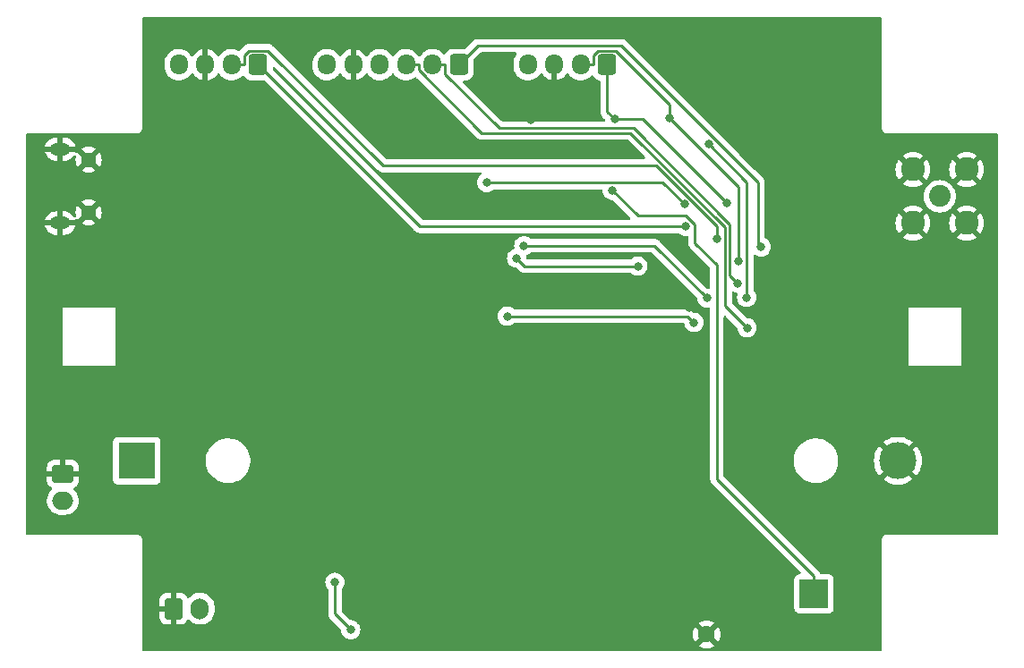
<source format=gbr>
%TF.GenerationSoftware,KiCad,Pcbnew,(6.0.5)*%
%TF.CreationDate,2022-08-16T14:45:35+02:00*%
%TF.ProjectId,ATMega328-LoRa-Sol-ADIO,41544d65-6761-4333-9238-2d4c6f52612d,rev?*%
%TF.SameCoordinates,Original*%
%TF.FileFunction,Copper,L2,Bot*%
%TF.FilePolarity,Positive*%
%FSLAX46Y46*%
G04 Gerber Fmt 4.6, Leading zero omitted, Abs format (unit mm)*
G04 Created by KiCad (PCBNEW (6.0.5)) date 2022-08-16 14:45:35*
%MOMM*%
%LPD*%
G01*
G04 APERTURE LIST*
G04 Aperture macros list*
%AMRoundRect*
0 Rectangle with rounded corners*
0 $1 Rounding radius*
0 $2 $3 $4 $5 $6 $7 $8 $9 X,Y pos of 4 corners*
0 Add a 4 corners polygon primitive as box body*
4,1,4,$2,$3,$4,$5,$6,$7,$8,$9,$2,$3,0*
0 Add four circle primitives for the rounded corners*
1,1,$1+$1,$2,$3*
1,1,$1+$1,$4,$5*
1,1,$1+$1,$6,$7*
1,1,$1+$1,$8,$9*
0 Add four rect primitives between the rounded corners*
20,1,$1+$1,$2,$3,$4,$5,0*
20,1,$1+$1,$4,$5,$6,$7,0*
20,1,$1+$1,$6,$7,$8,$9,0*
20,1,$1+$1,$8,$9,$2,$3,0*%
G04 Aperture macros list end*
%TA.AperFunction,ComponentPad*%
%ADD10RoundRect,0.250000X-0.600000X-0.750000X0.600000X-0.750000X0.600000X0.750000X-0.600000X0.750000X0*%
%TD*%
%TA.AperFunction,ComponentPad*%
%ADD11O,1.700000X2.000000*%
%TD*%
%TA.AperFunction,ComponentPad*%
%ADD12RoundRect,0.250000X0.600000X0.725000X-0.600000X0.725000X-0.600000X-0.725000X0.600000X-0.725000X0*%
%TD*%
%TA.AperFunction,ComponentPad*%
%ADD13O,1.700000X1.950000*%
%TD*%
%TA.AperFunction,ComponentPad*%
%ADD14O,1.900000X1.200000*%
%TD*%
%TA.AperFunction,ComponentPad*%
%ADD15C,1.450000*%
%TD*%
%TA.AperFunction,ComponentPad*%
%ADD16RoundRect,0.250000X-0.750000X0.600000X-0.750000X-0.600000X0.750000X-0.600000X0.750000X0.600000X0*%
%TD*%
%TA.AperFunction,ComponentPad*%
%ADD17O,2.000000X1.700000*%
%TD*%
%TA.AperFunction,ComponentPad*%
%ADD18R,2.700000X2.700000*%
%TD*%
%TA.AperFunction,ComponentPad*%
%ADD19C,1.600000*%
%TD*%
%TA.AperFunction,ComponentPad*%
%ADD20C,2.050000*%
%TD*%
%TA.AperFunction,ComponentPad*%
%ADD21C,2.250000*%
%TD*%
%TA.AperFunction,ComponentPad*%
%ADD22R,3.500000X3.500000*%
%TD*%
%TA.AperFunction,ComponentPad*%
%ADD23C,3.500000*%
%TD*%
%TA.AperFunction,ViaPad*%
%ADD24C,0.800000*%
%TD*%
%TA.AperFunction,Conductor*%
%ADD25C,0.250000*%
%TD*%
G04 APERTURE END LIST*
D10*
%TO.P,J4,1,Pin_1*%
%TO.N,Earth*%
X128500000Y-82500000D03*
D11*
%TO.P,J4,2,Pin_2*%
%TO.N,Net-(D3-Pad2)*%
X131000000Y-82500000D03*
%TD*%
D12*
%TO.P,J7,1,Pin_1*%
%TO.N,SPI_SS*%
X155500000Y-31000000D03*
D13*
%TO.P,J7,2,Pin_2*%
%TO.N,Lora_SCK*%
X153000000Y-31000000D03*
%TO.P,J7,3,Pin_3*%
%TO.N,Lora_MOSI*%
X150500000Y-31000000D03*
%TO.P,J7,4,Pin_4*%
%TO.N,Lora_MISO*%
X148000000Y-31000000D03*
%TO.P,J7,5,Pin_5*%
%TO.N,Earth*%
X145500000Y-31000000D03*
%TO.P,J7,6,Pin_6*%
%TO.N,+3.3VA*%
X143000000Y-31000000D03*
%TD*%
D12*
%TO.P,J5,1,Pin_1*%
%TO.N,TX*%
X136500000Y-31000000D03*
D13*
%TO.P,J5,2,Pin_2*%
%TO.N,RX*%
X134000000Y-31000000D03*
%TO.P,J5,3,Pin_3*%
%TO.N,Earth*%
X131500000Y-31000000D03*
%TO.P,J5,4,Pin_4*%
%TO.N,+3.3VA*%
X129000000Y-31000000D03*
%TD*%
D14*
%TO.P,J1,6,Shield*%
%TO.N,Earth*%
X117762500Y-39000000D03*
D15*
X120462500Y-45000000D03*
D14*
X117762500Y-46000000D03*
D15*
X120462500Y-40000000D03*
%TD*%
D12*
%TO.P,J3,1,Pin_1*%
%TO.N,SCL*%
X169500000Y-31000000D03*
D13*
%TO.P,J3,2,Pin_2*%
%TO.N,SDA*%
X167000000Y-31000000D03*
%TO.P,J3,3,Pin_3*%
%TO.N,Earth*%
X164500000Y-31000000D03*
%TO.P,J3,4,Pin_4*%
%TO.N,+3.3VA*%
X162000000Y-31000000D03*
%TD*%
D16*
%TO.P,J2,1,Pin_1*%
%TO.N,Earth*%
X118025000Y-69750000D03*
D17*
%TO.P,J2,2,Pin_2*%
%TO.N,Net-(J2-Pad2)*%
X118025000Y-72250000D03*
%TD*%
D18*
%TO.P,BT2,1,+*%
%TO.N,Net-(BT2-Pad1)*%
X189075000Y-81085000D03*
D19*
%TO.P,BT2,2,-*%
%TO.N,Earth*%
X178905000Y-84935000D03*
%TD*%
D20*
%TO.P,J6,1,In*%
%TO.N,Net-(J6-Pad1)*%
X200960000Y-43460000D03*
D21*
%TO.P,J6,2,Ext*%
%TO.N,Earth*%
X203500000Y-46000000D03*
X198420000Y-40920000D03*
X198420000Y-46000000D03*
X203500000Y-40920000D03*
%TD*%
D22*
%TO.P,BT1,1,+*%
%TO.N,Net-(BT1-Pad1)*%
X125000000Y-68500000D03*
D23*
%TO.P,BT1,2,-*%
%TO.N,Earth*%
X197000000Y-68500000D03*
%TD*%
D24*
%TO.N,Earth*%
X151000000Y-54000000D03*
X162250000Y-36250000D03*
X157500000Y-32750000D03*
X160000000Y-80057900D03*
X142762299Y-83262299D03*
X175250000Y-47500000D03*
X165750000Y-52500000D03*
X167750000Y-44250000D03*
X138000000Y-40000000D03*
X190250000Y-36000000D03*
X184000000Y-49750000D03*
X177250000Y-54000000D03*
X174000000Y-53250000D03*
X175250000Y-51000000D03*
X152750000Y-48000000D03*
X152250000Y-50500000D03*
%TO.N,+BATT*%
X145250000Y-84500000D03*
X143750000Y-80000000D03*
%TO.N,+3V3*%
X160944600Y-49324400D03*
X172415500Y-50070000D03*
%TO.N,Lora_SCK*%
X181844000Y-51685100D03*
%TO.N,Lora_MOSI*%
X182732100Y-55908800D03*
%TO.N,Lora_NSS*%
X179119500Y-38531100D03*
X182695500Y-53046700D03*
%TO.N,Net-(BT2-Pad1)*%
X169989900Y-42893100D03*
%TO.N,AT-RST*%
X158108600Y-42157300D03*
X176826500Y-44222900D03*
%TO.N,SCL*%
X180836900Y-44128700D03*
X170209300Y-36162900D03*
%TO.N,SDA*%
X181924100Y-49607600D03*
X175427400Y-36057400D03*
%TO.N,TX*%
X176923100Y-46301800D03*
%TO.N,RX*%
X179936300Y-47445800D03*
%TO.N,SPI_SS*%
X184070000Y-48250000D03*
%TO.N,DO_POWERON*%
X160061400Y-54808100D03*
X177716000Y-55418700D03*
%TO.N,CLOCK_INT*%
X161624000Y-48146100D03*
X178949700Y-53098200D03*
%TD*%
D25*
%TO.N,+BATT*%
X143750000Y-83000000D02*
X145250000Y-84500000D01*
X143750000Y-80000000D02*
X143750000Y-83000000D01*
%TO.N,+3V3*%
X160944600Y-49324400D02*
X161690200Y-50070000D01*
X161690200Y-50070000D02*
X172415500Y-50070000D01*
%TO.N,Lora_SCK*%
X153000000Y-31000000D02*
X154175300Y-31000000D01*
X171981000Y-37000500D02*
X181112100Y-46131600D01*
X154175300Y-31881500D02*
X159294300Y-37000500D01*
X154175300Y-31000000D02*
X154175300Y-31881500D01*
X181112100Y-50953200D02*
X181844000Y-51685100D01*
X159294300Y-37000500D02*
X171981000Y-37000500D01*
X181112100Y-46131600D02*
X181112100Y-50953200D01*
%TO.N,Lora_MOSI*%
X150500000Y-31000000D02*
X151675300Y-31000000D01*
X171723700Y-37450900D02*
X180661600Y-46388800D01*
X151675300Y-31514200D02*
X157612000Y-37450900D01*
X151675300Y-31000000D02*
X151675300Y-31514200D01*
X180661600Y-53838300D02*
X182732100Y-55908800D01*
X180661600Y-46388800D02*
X180661600Y-53838300D01*
X157612000Y-37450900D02*
X171723700Y-37450900D01*
%TO.N,Lora_NSS*%
X182695500Y-42107100D02*
X179119500Y-38531100D01*
X182695500Y-53046700D02*
X182695500Y-42107100D01*
%TO.N,Net-(BT2-Pad1)*%
X179886500Y-49958100D02*
X177819500Y-47891100D01*
X172407500Y-45310700D02*
X169989900Y-42893100D01*
X189075000Y-81085000D02*
X189075000Y-79409700D01*
X179886500Y-70221200D02*
X179886500Y-49958100D01*
X177819500Y-46158500D02*
X176971700Y-45310700D01*
X177819500Y-47891100D02*
X177819500Y-46158500D01*
X176971700Y-45310700D02*
X172407500Y-45310700D01*
X189075000Y-79409700D02*
X179886500Y-70221200D01*
%TO.N,AT-RST*%
X158108600Y-42157300D02*
X174760900Y-42157300D01*
X174760900Y-42157300D02*
X176826500Y-44222900D01*
%TO.N,SCL*%
X172871100Y-36162900D02*
X180836900Y-44128700D01*
X169500000Y-31000000D02*
X169500000Y-35453600D01*
X170209300Y-36162900D02*
X172871100Y-36162900D01*
X169500000Y-35453600D02*
X170209300Y-36162900D01*
%TO.N,SDA*%
X175427400Y-34759000D02*
X170329300Y-29660900D01*
X181924100Y-42554100D02*
X175427400Y-36057400D01*
X175427400Y-36057400D02*
X175427400Y-34759000D01*
X167000000Y-31000000D02*
X168175300Y-31000000D01*
X168632900Y-29660900D02*
X168175300Y-30118500D01*
X181924100Y-49607600D02*
X181924100Y-42554100D01*
X170329300Y-29660900D02*
X168632900Y-29660900D01*
X168175300Y-30118500D02*
X168175300Y-31000000D01*
%TO.N,TX*%
X176923100Y-46301800D02*
X151801800Y-46301800D01*
X151801800Y-46301800D02*
X136500000Y-31000000D01*
%TO.N,RX*%
X135632900Y-29660900D02*
X137413400Y-29660900D01*
X135175300Y-30118500D02*
X135632900Y-29660900D01*
X179936300Y-46306700D02*
X179936300Y-47445800D01*
X174179900Y-40550300D02*
X179936300Y-46306700D01*
X137413400Y-29660900D02*
X148302800Y-40550300D01*
X135175300Y-31000000D02*
X135175300Y-30118500D01*
X148302800Y-40550300D02*
X174179900Y-40550300D01*
X134000000Y-31000000D02*
X135175300Y-31000000D01*
%TO.N,SPI_SS*%
X155500000Y-31000000D02*
X157306000Y-29194000D01*
X157306000Y-29194000D02*
X170829500Y-29194000D01*
X183751100Y-47931200D02*
X183751200Y-47931200D01*
X183751200Y-47931200D02*
X184070000Y-48250000D01*
X183751100Y-42115600D02*
X183751100Y-47931200D01*
X170829500Y-29194000D02*
X183751100Y-42115600D01*
%TO.N,DO_POWERON*%
X160061400Y-54808100D02*
X177105400Y-54808100D01*
X177105400Y-54808100D02*
X177716000Y-55418700D01*
%TO.N,CLOCK_INT*%
X161624000Y-48146100D02*
X173997600Y-48146100D01*
X173997600Y-48146100D02*
X178949700Y-53098200D01*
%TD*%
%TA.AperFunction,Conductor*%
%TO.N,Earth*%
G36*
X195433621Y-26528502D02*
G01*
X195480114Y-26582158D01*
X195491500Y-26634500D01*
X195491500Y-36991377D01*
X195491498Y-36992147D01*
X195491024Y-37069721D01*
X195493491Y-37078352D01*
X195499150Y-37098153D01*
X195502728Y-37114915D01*
X195506920Y-37144187D01*
X195510634Y-37152355D01*
X195510634Y-37152356D01*
X195517548Y-37167562D01*
X195523996Y-37185086D01*
X195531051Y-37209771D01*
X195535843Y-37217365D01*
X195535844Y-37217368D01*
X195546830Y-37234780D01*
X195554969Y-37249863D01*
X195567208Y-37276782D01*
X195573069Y-37283584D01*
X195583970Y-37296235D01*
X195595073Y-37311239D01*
X195608776Y-37332958D01*
X195615501Y-37338897D01*
X195615504Y-37338901D01*
X195630938Y-37352532D01*
X195642982Y-37364724D01*
X195656427Y-37380327D01*
X195656430Y-37380329D01*
X195662287Y-37387127D01*
X195669816Y-37392007D01*
X195669817Y-37392008D01*
X195683835Y-37401094D01*
X195698709Y-37412385D01*
X195711217Y-37423431D01*
X195717951Y-37429378D01*
X195744711Y-37441942D01*
X195759691Y-37450263D01*
X195776983Y-37461471D01*
X195776988Y-37461473D01*
X195784515Y-37466352D01*
X195793108Y-37468922D01*
X195793113Y-37468924D01*
X195809120Y-37473711D01*
X195826564Y-37480372D01*
X195841676Y-37487467D01*
X195841678Y-37487468D01*
X195849800Y-37491281D01*
X195858667Y-37492662D01*
X195858668Y-37492662D01*
X195861353Y-37493080D01*
X195879017Y-37495830D01*
X195895732Y-37499613D01*
X195915466Y-37505515D01*
X195915472Y-37505516D01*
X195924066Y-37508086D01*
X195933037Y-37508141D01*
X195933038Y-37508141D01*
X195943097Y-37508202D01*
X195958506Y-37508296D01*
X195959289Y-37508329D01*
X195960386Y-37508500D01*
X195991377Y-37508500D01*
X195992147Y-37508502D01*
X196065785Y-37508952D01*
X196065786Y-37508952D01*
X196069721Y-37508976D01*
X196071065Y-37508592D01*
X196072410Y-37508500D01*
X206365500Y-37508500D01*
X206433621Y-37528502D01*
X206480114Y-37582158D01*
X206491500Y-37634500D01*
X206491500Y-75365500D01*
X206471498Y-75433621D01*
X206417842Y-75480114D01*
X206365500Y-75491500D01*
X196008623Y-75491500D01*
X196007853Y-75491498D01*
X196007037Y-75491493D01*
X195930279Y-75491024D01*
X195907918Y-75497415D01*
X195901847Y-75499150D01*
X195885085Y-75502728D01*
X195855813Y-75506920D01*
X195847645Y-75510634D01*
X195847644Y-75510634D01*
X195832438Y-75517548D01*
X195814914Y-75523996D01*
X195790229Y-75531051D01*
X195782635Y-75535843D01*
X195782632Y-75535844D01*
X195765220Y-75546830D01*
X195750137Y-75554969D01*
X195723218Y-75567208D01*
X195716416Y-75573069D01*
X195703765Y-75583970D01*
X195688761Y-75595073D01*
X195667042Y-75608776D01*
X195661103Y-75615501D01*
X195661099Y-75615504D01*
X195647468Y-75630938D01*
X195635276Y-75642982D01*
X195619673Y-75656427D01*
X195619671Y-75656430D01*
X195612873Y-75662287D01*
X195607993Y-75669816D01*
X195607992Y-75669817D01*
X195598906Y-75683835D01*
X195587615Y-75698709D01*
X195576569Y-75711217D01*
X195570622Y-75717951D01*
X195564312Y-75731391D01*
X195558058Y-75744711D01*
X195549737Y-75759691D01*
X195538529Y-75776983D01*
X195538527Y-75776988D01*
X195533648Y-75784515D01*
X195531078Y-75793108D01*
X195531076Y-75793113D01*
X195526289Y-75809120D01*
X195519628Y-75826564D01*
X195512533Y-75841676D01*
X195508719Y-75849800D01*
X195507338Y-75858667D01*
X195507338Y-75858668D01*
X195504170Y-75879015D01*
X195500387Y-75895732D01*
X195494485Y-75915466D01*
X195494484Y-75915472D01*
X195491914Y-75924066D01*
X195491859Y-75933037D01*
X195491859Y-75933038D01*
X195491704Y-75958497D01*
X195491671Y-75959289D01*
X195491500Y-75960386D01*
X195491500Y-75991377D01*
X195491498Y-75992147D01*
X195491024Y-76069721D01*
X195491408Y-76071065D01*
X195491500Y-76072410D01*
X195491500Y-86365500D01*
X195471498Y-86433621D01*
X195417842Y-86480114D01*
X195365500Y-86491500D01*
X179007617Y-86491500D01*
X178939496Y-86471498D01*
X178904295Y-86430873D01*
X178890054Y-86455998D01*
X178827210Y-86489030D01*
X178802383Y-86491500D01*
X125634500Y-86491500D01*
X125566379Y-86471498D01*
X125519886Y-86417842D01*
X125508500Y-86365500D01*
X125508500Y-86021062D01*
X178183493Y-86021062D01*
X178192789Y-86033077D01*
X178243994Y-86068931D01*
X178253489Y-86074414D01*
X178450947Y-86166490D01*
X178461239Y-86170236D01*
X178671688Y-86226625D01*
X178682481Y-86228528D01*
X178813364Y-86239979D01*
X178879483Y-86265842D01*
X178904466Y-86300344D01*
X178912393Y-86282988D01*
X178972119Y-86244604D01*
X178996636Y-86239979D01*
X179127519Y-86228528D01*
X179138312Y-86226625D01*
X179348761Y-86170236D01*
X179359053Y-86166490D01*
X179556511Y-86074414D01*
X179566006Y-86068931D01*
X179618048Y-86032491D01*
X179626424Y-86022012D01*
X179619356Y-86008566D01*
X178917812Y-85307022D01*
X178903868Y-85299408D01*
X178902035Y-85299539D01*
X178895420Y-85303790D01*
X178189923Y-86009287D01*
X178183493Y-86021062D01*
X125508500Y-86021062D01*
X125508500Y-83297095D01*
X127142001Y-83297095D01*
X127142338Y-83303614D01*
X127152257Y-83399206D01*
X127155149Y-83412600D01*
X127206588Y-83566784D01*
X127212761Y-83579962D01*
X127298063Y-83717807D01*
X127307099Y-83729208D01*
X127421829Y-83843739D01*
X127433240Y-83852751D01*
X127571243Y-83937816D01*
X127584424Y-83943963D01*
X127738710Y-83995138D01*
X127752086Y-83998005D01*
X127846438Y-84007672D01*
X127852854Y-84008000D01*
X128227885Y-84008000D01*
X128243124Y-84003525D01*
X128244329Y-84002135D01*
X128246000Y-83994452D01*
X128246000Y-83989884D01*
X128754000Y-83989884D01*
X128758475Y-84005123D01*
X128759865Y-84006328D01*
X128767548Y-84007999D01*
X129147095Y-84007999D01*
X129153614Y-84007662D01*
X129249206Y-83997743D01*
X129262600Y-83994851D01*
X129416784Y-83943412D01*
X129429962Y-83937239D01*
X129567807Y-83851937D01*
X129579208Y-83842901D01*
X129693739Y-83728171D01*
X129702753Y-83716757D01*
X129788723Y-83577287D01*
X129841495Y-83529793D01*
X129911566Y-83518369D01*
X129976690Y-83546643D01*
X129987149Y-83556426D01*
X130096576Y-83671135D01*
X130281542Y-83808754D01*
X130286293Y-83811170D01*
X130286297Y-83811172D01*
X130360578Y-83848938D01*
X130487051Y-83913240D01*
X130492145Y-83914822D01*
X130492148Y-83914823D01*
X130631677Y-83958148D01*
X130707227Y-83981607D01*
X130712516Y-83982308D01*
X130930489Y-84011198D01*
X130930494Y-84011198D01*
X130935774Y-84011898D01*
X130941103Y-84011698D01*
X130941105Y-84011698D01*
X131050966Y-84007574D01*
X131166158Y-84003249D01*
X131171468Y-84002135D01*
X131278975Y-83979578D01*
X131391791Y-83955907D01*
X131396750Y-83953949D01*
X131396752Y-83953948D01*
X131601256Y-83873185D01*
X131601258Y-83873184D01*
X131606221Y-83871224D01*
X131622355Y-83861434D01*
X131798757Y-83754390D01*
X131798756Y-83754390D01*
X131803317Y-83751623D01*
X131858763Y-83703510D01*
X131973412Y-83604023D01*
X131973414Y-83604021D01*
X131977445Y-83600523D01*
X132044807Y-83518369D01*
X132120240Y-83426373D01*
X132120244Y-83426367D01*
X132123624Y-83422245D01*
X132129115Y-83412600D01*
X132235032Y-83226529D01*
X132237675Y-83221886D01*
X132316337Y-83005175D01*
X132327490Y-82943500D01*
X132356623Y-82782392D01*
X132356624Y-82782385D01*
X132357361Y-82778308D01*
X132358500Y-82754156D01*
X132358500Y-82292110D01*
X132343920Y-82120280D01*
X132342582Y-82115125D01*
X132342581Y-82115119D01*
X132287343Y-81902297D01*
X132287342Y-81902293D01*
X132286001Y-81897128D01*
X132191312Y-81686925D01*
X132062559Y-81495681D01*
X131903424Y-81328865D01*
X131718458Y-81191246D01*
X131713707Y-81188830D01*
X131713703Y-81188828D01*
X131591731Y-81126815D01*
X131512949Y-81086760D01*
X131507855Y-81085178D01*
X131507852Y-81085177D01*
X131297871Y-81019976D01*
X131292773Y-81018393D01*
X131287484Y-81017692D01*
X131069511Y-80988802D01*
X131069506Y-80988802D01*
X131064226Y-80988102D01*
X131058897Y-80988302D01*
X131058895Y-80988302D01*
X130960368Y-80992001D01*
X130833842Y-80996751D01*
X130828623Y-80997846D01*
X130808849Y-81001995D01*
X130608209Y-81044093D01*
X130603250Y-81046051D01*
X130603248Y-81046052D01*
X130398744Y-81126815D01*
X130398742Y-81126816D01*
X130393779Y-81128776D01*
X130389220Y-81131543D01*
X130389217Y-81131544D01*
X130290832Y-81191246D01*
X130196683Y-81248377D01*
X130192653Y-81251874D01*
X130099484Y-81332722D01*
X130022555Y-81399477D01*
X130019168Y-81403608D01*
X129992994Y-81435529D01*
X129934334Y-81475524D01*
X129863364Y-81477455D01*
X129802616Y-81440710D01*
X129788416Y-81421941D01*
X129701937Y-81282193D01*
X129692901Y-81270792D01*
X129578171Y-81156261D01*
X129566760Y-81147249D01*
X129428757Y-81062184D01*
X129415576Y-81056037D01*
X129261290Y-81004862D01*
X129247914Y-81001995D01*
X129153562Y-80992328D01*
X129147145Y-80992000D01*
X128772115Y-80992000D01*
X128756876Y-80996475D01*
X128755671Y-80997865D01*
X128754000Y-81005548D01*
X128754000Y-83989884D01*
X128246000Y-83989884D01*
X128246000Y-82772115D01*
X128241525Y-82756876D01*
X128240135Y-82755671D01*
X128232452Y-82754000D01*
X127160116Y-82754000D01*
X127144877Y-82758475D01*
X127143672Y-82759865D01*
X127142001Y-82767548D01*
X127142001Y-83297095D01*
X125508500Y-83297095D01*
X125508500Y-82227885D01*
X127142000Y-82227885D01*
X127146475Y-82243124D01*
X127147865Y-82244329D01*
X127155548Y-82246000D01*
X128227885Y-82246000D01*
X128243124Y-82241525D01*
X128244329Y-82240135D01*
X128246000Y-82232452D01*
X128246000Y-81010116D01*
X128241525Y-80994877D01*
X128240135Y-80993672D01*
X128232452Y-80992001D01*
X127852905Y-80992001D01*
X127846386Y-80992338D01*
X127750794Y-81002257D01*
X127737400Y-81005149D01*
X127583216Y-81056588D01*
X127570038Y-81062761D01*
X127432193Y-81148063D01*
X127420792Y-81157099D01*
X127306261Y-81271829D01*
X127297249Y-81283240D01*
X127212184Y-81421243D01*
X127206037Y-81434424D01*
X127154862Y-81588710D01*
X127151995Y-81602086D01*
X127142328Y-81696438D01*
X127142000Y-81702855D01*
X127142000Y-82227885D01*
X125508500Y-82227885D01*
X125508500Y-80000000D01*
X142836496Y-80000000D01*
X142856458Y-80189928D01*
X142915473Y-80371556D01*
X143010960Y-80536944D01*
X143084137Y-80618215D01*
X143114853Y-80682221D01*
X143116500Y-80702524D01*
X143116500Y-82921233D01*
X143115973Y-82932416D01*
X143114298Y-82939909D01*
X143114547Y-82947835D01*
X143114547Y-82947836D01*
X143116438Y-83007986D01*
X143116500Y-83011945D01*
X143116500Y-83039856D01*
X143116997Y-83043790D01*
X143116997Y-83043791D01*
X143117005Y-83043856D01*
X143117938Y-83055693D01*
X143119327Y-83099889D01*
X143124978Y-83119339D01*
X143128987Y-83138700D01*
X143131526Y-83158797D01*
X143134445Y-83166168D01*
X143134445Y-83166170D01*
X143147804Y-83199912D01*
X143151649Y-83211142D01*
X143163982Y-83253593D01*
X143168015Y-83260412D01*
X143168017Y-83260417D01*
X143174293Y-83271028D01*
X143182988Y-83288776D01*
X143190448Y-83307617D01*
X143195110Y-83314033D01*
X143195110Y-83314034D01*
X143216436Y-83343387D01*
X143222952Y-83353307D01*
X143245458Y-83391362D01*
X143259779Y-83405683D01*
X143272619Y-83420716D01*
X143284528Y-83437107D01*
X143290634Y-83442158D01*
X143318605Y-83465298D01*
X143327384Y-83473288D01*
X144302878Y-84448782D01*
X144336904Y-84511094D01*
X144339092Y-84524703D01*
X144356458Y-84689928D01*
X144415473Y-84871556D01*
X144510960Y-85036944D01*
X144638747Y-85178866D01*
X144793248Y-85291118D01*
X144799276Y-85293802D01*
X144799278Y-85293803D01*
X144828969Y-85307022D01*
X144967712Y-85368794D01*
X145061113Y-85388647D01*
X145148056Y-85407128D01*
X145148061Y-85407128D01*
X145154513Y-85408500D01*
X145345487Y-85408500D01*
X145351939Y-85407128D01*
X145351944Y-85407128D01*
X145438888Y-85388647D01*
X145532288Y-85368794D01*
X145671031Y-85307022D01*
X145700722Y-85293803D01*
X145700724Y-85293802D01*
X145706752Y-85291118D01*
X145861253Y-85178866D01*
X145989040Y-85036944D01*
X146044737Y-84940475D01*
X177592483Y-84940475D01*
X177611472Y-85157519D01*
X177613375Y-85168312D01*
X177669764Y-85378761D01*
X177673510Y-85389053D01*
X177765586Y-85586511D01*
X177771069Y-85596006D01*
X177807509Y-85648048D01*
X177817988Y-85656424D01*
X177831434Y-85649356D01*
X178532978Y-84947812D01*
X178539356Y-84936132D01*
X179269408Y-84936132D01*
X179269539Y-84937965D01*
X179273790Y-84944580D01*
X179979287Y-85650077D01*
X179991062Y-85656507D01*
X180003077Y-85647211D01*
X180038931Y-85596006D01*
X180044414Y-85586511D01*
X180136490Y-85389053D01*
X180140236Y-85378761D01*
X180196625Y-85168312D01*
X180198528Y-85157519D01*
X180217517Y-84940475D01*
X180217517Y-84929525D01*
X180198528Y-84712481D01*
X180196625Y-84701688D01*
X180140236Y-84491239D01*
X180136490Y-84480947D01*
X180044414Y-84283489D01*
X180038931Y-84273994D01*
X180002491Y-84221952D01*
X179992012Y-84213576D01*
X179978566Y-84220644D01*
X179277022Y-84922188D01*
X179269408Y-84936132D01*
X178539356Y-84936132D01*
X178540592Y-84933868D01*
X178540461Y-84932035D01*
X178536210Y-84925420D01*
X177830713Y-84219923D01*
X177818938Y-84213493D01*
X177806923Y-84222789D01*
X177771069Y-84273994D01*
X177765586Y-84283489D01*
X177673510Y-84480947D01*
X177669764Y-84491239D01*
X177613375Y-84701688D01*
X177611472Y-84712481D01*
X177592483Y-84929525D01*
X177592483Y-84940475D01*
X146044737Y-84940475D01*
X146084527Y-84871556D01*
X146143542Y-84689928D01*
X146163504Y-84500000D01*
X146143542Y-84310072D01*
X146084527Y-84128444D01*
X145989040Y-83963056D01*
X145971353Y-83943412D01*
X145885433Y-83847988D01*
X178183576Y-83847988D01*
X178190644Y-83861434D01*
X178892188Y-84562978D01*
X178906132Y-84570592D01*
X178907965Y-84570461D01*
X178914580Y-84566210D01*
X179620077Y-83860713D01*
X179626507Y-83848938D01*
X179617211Y-83836923D01*
X179566006Y-83801069D01*
X179556511Y-83795586D01*
X179359053Y-83703510D01*
X179348761Y-83699764D01*
X179138312Y-83643375D01*
X179127519Y-83641472D01*
X178910475Y-83622483D01*
X178899525Y-83622483D01*
X178682481Y-83641472D01*
X178671688Y-83643375D01*
X178461239Y-83699764D01*
X178450947Y-83703510D01*
X178253489Y-83795586D01*
X178243994Y-83801069D01*
X178191952Y-83837509D01*
X178183576Y-83847988D01*
X145885433Y-83847988D01*
X145865675Y-83826045D01*
X145865674Y-83826044D01*
X145861253Y-83821134D01*
X145706752Y-83708882D01*
X145700724Y-83706198D01*
X145700722Y-83706197D01*
X145538319Y-83633891D01*
X145538318Y-83633891D01*
X145532288Y-83631206D01*
X145438887Y-83611353D01*
X145351944Y-83592872D01*
X145351939Y-83592872D01*
X145345487Y-83591500D01*
X145289595Y-83591500D01*
X145221474Y-83571498D01*
X145200500Y-83554595D01*
X144420405Y-82774500D01*
X144386379Y-82712188D01*
X144383500Y-82685405D01*
X144383500Y-80702524D01*
X144403502Y-80634403D01*
X144415858Y-80618221D01*
X144489040Y-80536944D01*
X144584527Y-80371556D01*
X144643542Y-80189928D01*
X144663504Y-80000000D01*
X144643542Y-79810072D01*
X144584527Y-79628444D01*
X144578085Y-79617285D01*
X144492341Y-79468774D01*
X144489040Y-79463056D01*
X144361253Y-79321134D01*
X144262157Y-79249136D01*
X144212094Y-79212763D01*
X144212093Y-79212762D01*
X144206752Y-79208882D01*
X144200724Y-79206198D01*
X144200722Y-79206197D01*
X144038319Y-79133891D01*
X144038318Y-79133891D01*
X144032288Y-79131206D01*
X143929963Y-79109456D01*
X143851944Y-79092872D01*
X143851939Y-79092872D01*
X143845487Y-79091500D01*
X143654513Y-79091500D01*
X143648061Y-79092872D01*
X143648056Y-79092872D01*
X143570037Y-79109456D01*
X143467712Y-79131206D01*
X143461682Y-79133891D01*
X143461681Y-79133891D01*
X143299278Y-79206197D01*
X143299276Y-79206198D01*
X143293248Y-79208882D01*
X143287907Y-79212762D01*
X143287906Y-79212763D01*
X143237843Y-79249136D01*
X143138747Y-79321134D01*
X143010960Y-79463056D01*
X143007659Y-79468774D01*
X142921916Y-79617285D01*
X142915473Y-79628444D01*
X142856458Y-79810072D01*
X142836496Y-80000000D01*
X125508500Y-80000000D01*
X125508500Y-76008623D01*
X125508502Y-76007853D01*
X125508800Y-75959102D01*
X125508976Y-75930279D01*
X125500850Y-75901847D01*
X125497272Y-75885085D01*
X125494352Y-75864698D01*
X125493080Y-75855813D01*
X125482451Y-75832436D01*
X125476004Y-75814913D01*
X125471416Y-75798862D01*
X125468949Y-75790229D01*
X125464156Y-75782632D01*
X125453170Y-75765220D01*
X125445030Y-75750135D01*
X125442564Y-75744711D01*
X125432792Y-75723218D01*
X125416030Y-75703765D01*
X125404927Y-75688761D01*
X125391224Y-75667042D01*
X125384499Y-75661103D01*
X125384496Y-75661099D01*
X125369062Y-75647468D01*
X125357018Y-75635276D01*
X125343573Y-75619673D01*
X125343570Y-75619671D01*
X125337713Y-75612873D01*
X125324009Y-75603990D01*
X125316165Y-75598906D01*
X125301291Y-75587615D01*
X125288783Y-75576569D01*
X125288782Y-75576568D01*
X125282049Y-75570622D01*
X125255287Y-75558057D01*
X125240309Y-75549737D01*
X125223017Y-75538529D01*
X125223012Y-75538527D01*
X125215485Y-75533648D01*
X125206892Y-75531078D01*
X125206887Y-75531076D01*
X125190880Y-75526289D01*
X125173436Y-75519628D01*
X125158324Y-75512533D01*
X125158322Y-75512532D01*
X125150200Y-75508719D01*
X125141333Y-75507338D01*
X125141332Y-75507338D01*
X125130478Y-75505648D01*
X125120983Y-75504170D01*
X125104268Y-75500387D01*
X125084534Y-75494485D01*
X125084528Y-75494484D01*
X125075934Y-75491914D01*
X125066963Y-75491859D01*
X125066962Y-75491859D01*
X125056903Y-75491798D01*
X125041494Y-75491704D01*
X125040711Y-75491671D01*
X125039614Y-75491500D01*
X125008623Y-75491500D01*
X125007853Y-75491498D01*
X124934215Y-75491048D01*
X124934214Y-75491048D01*
X124930279Y-75491024D01*
X124928935Y-75491408D01*
X124927590Y-75491500D01*
X114634500Y-75491500D01*
X114566379Y-75471498D01*
X114519886Y-75417842D01*
X114508500Y-75365500D01*
X114508500Y-72185774D01*
X116513102Y-72185774D01*
X116521751Y-72416158D01*
X116569093Y-72641791D01*
X116653776Y-72856221D01*
X116773377Y-73053317D01*
X116776874Y-73057347D01*
X116863438Y-73157103D01*
X116924477Y-73227445D01*
X116928608Y-73230832D01*
X117098627Y-73370240D01*
X117098633Y-73370244D01*
X117102755Y-73373624D01*
X117107391Y-73376263D01*
X117107394Y-73376265D01*
X117216422Y-73438327D01*
X117303114Y-73487675D01*
X117519825Y-73566337D01*
X117525074Y-73567286D01*
X117525077Y-73567287D01*
X117742608Y-73606623D01*
X117742615Y-73606624D01*
X117746692Y-73607361D01*
X117764414Y-73608197D01*
X117769356Y-73608430D01*
X117769363Y-73608430D01*
X117770844Y-73608500D01*
X118232890Y-73608500D01*
X118299809Y-73602822D01*
X118399409Y-73594371D01*
X118399413Y-73594370D01*
X118404720Y-73593920D01*
X118409875Y-73592582D01*
X118409881Y-73592581D01*
X118622703Y-73537343D01*
X118622707Y-73537342D01*
X118627872Y-73536001D01*
X118632738Y-73533809D01*
X118632741Y-73533808D01*
X118833202Y-73443507D01*
X118838075Y-73441312D01*
X119029319Y-73312559D01*
X119196135Y-73153424D01*
X119333754Y-72968458D01*
X119438240Y-72762949D01*
X119474321Y-72646752D01*
X119505024Y-72547871D01*
X119506607Y-72542773D01*
X119507308Y-72537484D01*
X119536198Y-72319511D01*
X119536198Y-72319506D01*
X119536898Y-72314226D01*
X119528249Y-72083842D01*
X119480907Y-71858209D01*
X119396224Y-71643779D01*
X119276623Y-71446683D01*
X119189755Y-71346576D01*
X119129023Y-71276588D01*
X119129021Y-71276586D01*
X119125523Y-71272555D01*
X119089471Y-71242994D01*
X119049476Y-71184334D01*
X119047545Y-71113364D01*
X119084290Y-71052616D01*
X119103059Y-71038416D01*
X119242807Y-70951937D01*
X119254208Y-70942901D01*
X119368739Y-70828171D01*
X119377751Y-70816760D01*
X119462816Y-70678757D01*
X119468963Y-70665576D01*
X119520138Y-70511290D01*
X119523005Y-70497914D01*
X119532672Y-70403562D01*
X119533000Y-70397146D01*
X119533000Y-70298134D01*
X122741500Y-70298134D01*
X122748255Y-70360316D01*
X122799385Y-70496705D01*
X122886739Y-70613261D01*
X123003295Y-70700615D01*
X123139684Y-70751745D01*
X123201866Y-70758500D01*
X126798134Y-70758500D01*
X126860316Y-70751745D01*
X126996705Y-70700615D01*
X127113261Y-70613261D01*
X127200615Y-70496705D01*
X127251745Y-70360316D01*
X127258500Y-70298134D01*
X127258500Y-68632703D01*
X131535743Y-68632703D01*
X131536302Y-68636947D01*
X131536302Y-68636951D01*
X131540894Y-68671829D01*
X131573268Y-68917734D01*
X131649129Y-69195036D01*
X131761923Y-69459476D01*
X131909561Y-69706161D01*
X132089313Y-69930528D01*
X132297851Y-70128423D01*
X132531317Y-70296186D01*
X132535112Y-70298195D01*
X132535113Y-70298196D01*
X132556869Y-70309715D01*
X132785392Y-70430712D01*
X132809699Y-70439607D01*
X133009162Y-70512600D01*
X133055373Y-70529511D01*
X133336264Y-70590755D01*
X133364841Y-70593004D01*
X133559282Y-70608307D01*
X133559291Y-70608307D01*
X133561739Y-70608500D01*
X133717271Y-70608500D01*
X133719407Y-70608354D01*
X133719418Y-70608354D01*
X133927548Y-70594165D01*
X133927554Y-70594164D01*
X133931825Y-70593873D01*
X133936020Y-70593004D01*
X133936022Y-70593004D01*
X134073243Y-70564587D01*
X134213342Y-70535574D01*
X134484343Y-70439607D01*
X134739812Y-70307750D01*
X134743313Y-70305289D01*
X134743317Y-70305287D01*
X134958159Y-70154293D01*
X134975023Y-70142441D01*
X135117692Y-70009865D01*
X135182479Y-69949661D01*
X135182481Y-69949658D01*
X135185622Y-69946740D01*
X135367713Y-69724268D01*
X135517927Y-69479142D01*
X135633483Y-69215898D01*
X135712244Y-68939406D01*
X135752751Y-68654784D01*
X135752845Y-68636951D01*
X135754235Y-68371583D01*
X135754235Y-68371576D01*
X135754257Y-68367297D01*
X135716732Y-68082266D01*
X135640871Y-67804964D01*
X135528077Y-67540524D01*
X135380439Y-67293839D01*
X135200687Y-67069472D01*
X134992149Y-66871577D01*
X134758683Y-66703814D01*
X134736843Y-66692250D01*
X134652400Y-66647540D01*
X134504608Y-66569288D01*
X134234627Y-66470489D01*
X133953736Y-66409245D01*
X133922685Y-66406801D01*
X133730718Y-66391693D01*
X133730709Y-66391693D01*
X133728261Y-66391500D01*
X133572729Y-66391500D01*
X133570593Y-66391646D01*
X133570582Y-66391646D01*
X133362452Y-66405835D01*
X133362446Y-66405836D01*
X133358175Y-66406127D01*
X133353980Y-66406996D01*
X133353978Y-66406996D01*
X133217416Y-66435277D01*
X133076658Y-66464426D01*
X132805657Y-66560393D01*
X132550188Y-66692250D01*
X132546687Y-66694711D01*
X132546683Y-66694713D01*
X132508165Y-66721784D01*
X132314977Y-66857559D01*
X132104378Y-67053260D01*
X131922287Y-67275732D01*
X131772073Y-67520858D01*
X131656517Y-67784102D01*
X131577756Y-68060594D01*
X131537249Y-68345216D01*
X131537227Y-68349505D01*
X131537226Y-68349512D01*
X131536186Y-68548063D01*
X131535743Y-68632703D01*
X127258500Y-68632703D01*
X127258500Y-66701866D01*
X127251745Y-66639684D01*
X127200615Y-66503295D01*
X127113261Y-66386739D01*
X126996705Y-66299385D01*
X126860316Y-66248255D01*
X126798134Y-66241500D01*
X123201866Y-66241500D01*
X123139684Y-66248255D01*
X123003295Y-66299385D01*
X122886739Y-66386739D01*
X122799385Y-66503295D01*
X122748255Y-66639684D01*
X122741500Y-66701866D01*
X122741500Y-70298134D01*
X119533000Y-70298134D01*
X119533000Y-70022115D01*
X119528525Y-70006876D01*
X119527135Y-70005671D01*
X119519452Y-70004000D01*
X116535116Y-70004000D01*
X116519877Y-70008475D01*
X116518672Y-70009865D01*
X116517001Y-70017548D01*
X116517001Y-70397095D01*
X116517338Y-70403614D01*
X116527257Y-70499206D01*
X116530149Y-70512600D01*
X116581588Y-70666784D01*
X116587761Y-70679962D01*
X116673063Y-70817807D01*
X116682099Y-70829208D01*
X116796829Y-70943739D01*
X116808243Y-70952753D01*
X116947713Y-71038723D01*
X116995207Y-71091495D01*
X117006631Y-71161566D01*
X116978357Y-71226690D01*
X116968574Y-71237149D01*
X116853865Y-71346576D01*
X116716246Y-71531542D01*
X116611760Y-71737051D01*
X116610178Y-71742145D01*
X116610177Y-71742148D01*
X116548115Y-71942020D01*
X116543393Y-71957227D01*
X116542692Y-71962516D01*
X116527304Y-72078623D01*
X116513102Y-72185774D01*
X114508500Y-72185774D01*
X114508500Y-69477885D01*
X116517000Y-69477885D01*
X116521475Y-69493124D01*
X116522865Y-69494329D01*
X116530548Y-69496000D01*
X117752885Y-69496000D01*
X117768124Y-69491525D01*
X117769329Y-69490135D01*
X117771000Y-69482452D01*
X117771000Y-69477885D01*
X118279000Y-69477885D01*
X118283475Y-69493124D01*
X118284865Y-69494329D01*
X118292548Y-69496000D01*
X119514884Y-69496000D01*
X119530123Y-69491525D01*
X119531328Y-69490135D01*
X119532999Y-69482452D01*
X119532999Y-69102905D01*
X119532662Y-69096386D01*
X119522743Y-69000794D01*
X119519851Y-68987400D01*
X119468412Y-68833216D01*
X119462239Y-68820038D01*
X119376937Y-68682193D01*
X119367901Y-68670792D01*
X119253171Y-68556261D01*
X119241760Y-68547249D01*
X119103757Y-68462184D01*
X119090576Y-68456037D01*
X118936290Y-68404862D01*
X118922914Y-68401995D01*
X118828562Y-68392328D01*
X118822145Y-68392000D01*
X118297115Y-68392000D01*
X118281876Y-68396475D01*
X118280671Y-68397865D01*
X118279000Y-68405548D01*
X118279000Y-69477885D01*
X117771000Y-69477885D01*
X117771000Y-68410116D01*
X117766525Y-68394877D01*
X117765135Y-68393672D01*
X117757452Y-68392001D01*
X117227905Y-68392001D01*
X117221386Y-68392338D01*
X117125794Y-68402257D01*
X117112400Y-68405149D01*
X116958216Y-68456588D01*
X116945038Y-68462761D01*
X116807193Y-68548063D01*
X116795792Y-68557099D01*
X116681261Y-68671829D01*
X116672249Y-68683240D01*
X116587184Y-68821243D01*
X116581037Y-68834424D01*
X116529862Y-68988710D01*
X116526995Y-69002086D01*
X116517328Y-69096438D01*
X116517000Y-69102855D01*
X116517000Y-69477885D01*
X114508500Y-69477885D01*
X114508500Y-59500000D01*
X118000000Y-59500000D01*
X123000000Y-59500000D01*
X123000000Y-54808100D01*
X159147896Y-54808100D01*
X159148586Y-54814665D01*
X159165995Y-54980298D01*
X159167858Y-54998028D01*
X159226873Y-55179656D01*
X159322360Y-55345044D01*
X159326778Y-55349951D01*
X159326779Y-55349952D01*
X159351650Y-55377574D01*
X159450147Y-55486966D01*
X159604648Y-55599218D01*
X159610676Y-55601902D01*
X159610678Y-55601903D01*
X159773081Y-55674209D01*
X159779112Y-55676894D01*
X159872512Y-55696747D01*
X159959456Y-55715228D01*
X159959461Y-55715228D01*
X159965913Y-55716600D01*
X160156887Y-55716600D01*
X160163339Y-55715228D01*
X160163344Y-55715228D01*
X160250287Y-55696747D01*
X160343688Y-55676894D01*
X160349719Y-55674209D01*
X160512122Y-55601903D01*
X160512124Y-55601902D01*
X160518152Y-55599218D01*
X160672653Y-55486966D01*
X160677068Y-55482063D01*
X160681980Y-55477640D01*
X160683105Y-55478889D01*
X160736414Y-55446049D01*
X160769600Y-55441600D01*
X176691452Y-55441600D01*
X176759573Y-55461602D01*
X176806066Y-55515258D01*
X176816761Y-55554428D01*
X176822458Y-55608628D01*
X176881473Y-55790256D01*
X176976960Y-55955644D01*
X177104747Y-56097566D01*
X177259248Y-56209818D01*
X177265276Y-56212502D01*
X177265278Y-56212503D01*
X177427681Y-56284809D01*
X177433712Y-56287494D01*
X177527112Y-56307347D01*
X177614056Y-56325828D01*
X177614061Y-56325828D01*
X177620513Y-56327200D01*
X177811487Y-56327200D01*
X177817939Y-56325828D01*
X177817944Y-56325828D01*
X177904888Y-56307347D01*
X177998288Y-56287494D01*
X178004319Y-56284809D01*
X178166722Y-56212503D01*
X178166724Y-56212502D01*
X178172752Y-56209818D01*
X178327253Y-56097566D01*
X178455040Y-55955644D01*
X178550527Y-55790256D01*
X178609542Y-55608628D01*
X178615239Y-55554430D01*
X178628814Y-55425265D01*
X178629504Y-55418700D01*
X178609542Y-55228772D01*
X178550527Y-55047144D01*
X178455040Y-54881756D01*
X178365382Y-54782180D01*
X178331675Y-54744745D01*
X178331674Y-54744744D01*
X178327253Y-54739834D01*
X178172752Y-54627582D01*
X178166724Y-54624898D01*
X178166722Y-54624897D01*
X178004319Y-54552591D01*
X178004318Y-54552591D01*
X177998288Y-54549906D01*
X177904887Y-54530053D01*
X177817944Y-54511572D01*
X177817939Y-54511572D01*
X177811487Y-54510200D01*
X177755595Y-54510200D01*
X177687474Y-54490198D01*
X177666500Y-54473295D01*
X177609052Y-54415847D01*
X177601512Y-54407561D01*
X177597400Y-54401082D01*
X177547748Y-54354456D01*
X177544907Y-54351702D01*
X177525170Y-54331965D01*
X177521973Y-54329485D01*
X177512951Y-54321780D01*
X177486500Y-54296941D01*
X177480721Y-54291514D01*
X177473775Y-54287695D01*
X177473772Y-54287693D01*
X177462966Y-54281752D01*
X177446447Y-54270901D01*
X177440448Y-54266248D01*
X177430441Y-54258486D01*
X177423172Y-54255341D01*
X177423168Y-54255338D01*
X177389863Y-54240926D01*
X177379213Y-54235709D01*
X177340460Y-54214405D01*
X177320837Y-54209367D01*
X177302134Y-54202963D01*
X177290820Y-54198067D01*
X177290819Y-54198067D01*
X177283545Y-54194919D01*
X177275722Y-54193680D01*
X177275712Y-54193677D01*
X177239876Y-54188001D01*
X177228256Y-54185595D01*
X177193111Y-54176572D01*
X177193110Y-54176572D01*
X177185430Y-54174600D01*
X177165176Y-54174600D01*
X177145465Y-54173049D01*
X177133286Y-54171120D01*
X177125457Y-54169880D01*
X177117565Y-54170626D01*
X177081439Y-54174041D01*
X177069581Y-54174600D01*
X160769600Y-54174600D01*
X160701479Y-54154598D01*
X160682253Y-54138257D01*
X160681980Y-54138560D01*
X160677068Y-54134137D01*
X160672653Y-54129234D01*
X160518152Y-54016982D01*
X160512124Y-54014298D01*
X160512122Y-54014297D01*
X160349719Y-53941991D01*
X160349718Y-53941991D01*
X160343688Y-53939306D01*
X160231662Y-53915494D01*
X160163344Y-53900972D01*
X160163339Y-53900972D01*
X160156887Y-53899600D01*
X159965913Y-53899600D01*
X159959461Y-53900972D01*
X159959456Y-53900972D01*
X159891138Y-53915494D01*
X159779112Y-53939306D01*
X159773082Y-53941991D01*
X159773081Y-53941991D01*
X159610678Y-54014297D01*
X159610676Y-54014298D01*
X159604648Y-54016982D01*
X159450147Y-54129234D01*
X159445726Y-54134144D01*
X159445725Y-54134145D01*
X159336603Y-54255338D01*
X159322360Y-54271156D01*
X159226873Y-54436544D01*
X159167858Y-54618172D01*
X159147896Y-54808100D01*
X123000000Y-54808100D01*
X123000000Y-54000000D01*
X118000000Y-54000000D01*
X118000000Y-59500000D01*
X114508500Y-59500000D01*
X114508500Y-46267399D01*
X116337212Y-46267399D01*
X116358694Y-46356537D01*
X116362583Y-46367832D01*
X116445129Y-46549382D01*
X116451076Y-46559724D01*
X116566468Y-46722397D01*
X116574261Y-46731425D01*
X116718331Y-46869342D01*
X116727696Y-46876738D01*
X116895241Y-46984921D01*
X116905845Y-46990417D01*
X117090812Y-47064961D01*
X117102270Y-47068355D01*
X117299428Y-47106857D01*
X117308291Y-47107934D01*
X117311000Y-47108000D01*
X117490385Y-47108000D01*
X117505624Y-47103525D01*
X117506829Y-47102135D01*
X117508500Y-47094452D01*
X117508500Y-47089885D01*
X118016500Y-47089885D01*
X118020975Y-47105124D01*
X118022365Y-47106329D01*
X118030048Y-47108000D01*
X118162332Y-47108000D01*
X118168308Y-47107715D01*
X118316994Y-47093529D01*
X118328728Y-47091270D01*
X118520099Y-47035128D01*
X118531175Y-47030698D01*
X118708478Y-46939381D01*
X118718524Y-46932931D01*
X118875357Y-46809738D01*
X118884006Y-46801501D01*
X119014712Y-46650877D01*
X119021647Y-46641153D01*
X119121510Y-46468533D01*
X119126484Y-46457669D01*
X119191907Y-46269273D01*
X119192148Y-46268284D01*
X119190680Y-46257992D01*
X119177115Y-46254000D01*
X118034615Y-46254000D01*
X118019376Y-46258475D01*
X118018171Y-46259865D01*
X118016500Y-46267548D01*
X118016500Y-47089885D01*
X117508500Y-47089885D01*
X117508500Y-46272115D01*
X117504025Y-46256876D01*
X117502635Y-46255671D01*
X117494952Y-46254000D01*
X116352098Y-46254000D01*
X116338567Y-46257973D01*
X116337212Y-46267399D01*
X114508500Y-46267399D01*
X114508500Y-46032211D01*
X119794844Y-46032211D01*
X119804140Y-46044226D01*
X119839137Y-46068731D01*
X119848632Y-46074214D01*
X120034196Y-46160744D01*
X120044488Y-46164490D01*
X120242259Y-46217482D01*
X120253054Y-46219385D01*
X120457025Y-46237231D01*
X120467975Y-46237231D01*
X120671946Y-46219385D01*
X120682741Y-46217482D01*
X120880512Y-46164490D01*
X120890804Y-46160744D01*
X121076368Y-46074214D01*
X121085863Y-46068731D01*
X121121697Y-46043640D01*
X121130073Y-46033161D01*
X121123005Y-46019715D01*
X120475312Y-45372022D01*
X120461368Y-45364408D01*
X120459535Y-45364539D01*
X120452920Y-45368790D01*
X119801274Y-46020436D01*
X119794844Y-46032211D01*
X114508500Y-46032211D01*
X114508500Y-45731716D01*
X116332852Y-45731716D01*
X116334320Y-45742008D01*
X116347885Y-45746000D01*
X117490385Y-45746000D01*
X117505624Y-45741525D01*
X117506829Y-45740135D01*
X117508500Y-45732452D01*
X117508500Y-45727885D01*
X118016500Y-45727885D01*
X118020975Y-45743124D01*
X118022365Y-45744329D01*
X118030048Y-45746000D01*
X119172902Y-45746000D01*
X119186432Y-45742027D01*
X119190596Y-45713062D01*
X119220089Y-45648481D01*
X119279815Y-45610097D01*
X119350812Y-45610097D01*
X119410538Y-45648480D01*
X119418525Y-45658720D01*
X119418858Y-45659195D01*
X119429339Y-45667573D01*
X119442785Y-45660505D01*
X120090478Y-45012812D01*
X120096856Y-45001132D01*
X120826908Y-45001132D01*
X120827039Y-45002965D01*
X120831290Y-45009580D01*
X121482936Y-45661226D01*
X121494711Y-45667656D01*
X121506726Y-45658360D01*
X121531231Y-45623363D01*
X121536714Y-45613868D01*
X121623244Y-45428304D01*
X121626990Y-45418012D01*
X121679982Y-45220241D01*
X121681885Y-45209446D01*
X121699731Y-45005475D01*
X121699731Y-44994525D01*
X121681885Y-44790554D01*
X121679982Y-44779759D01*
X121626990Y-44581988D01*
X121623244Y-44571696D01*
X121536714Y-44386132D01*
X121531231Y-44376637D01*
X121506140Y-44340803D01*
X121495661Y-44332427D01*
X121482215Y-44339495D01*
X120834522Y-44987188D01*
X120826908Y-45001132D01*
X120096856Y-45001132D01*
X120098092Y-44998868D01*
X120097961Y-44997035D01*
X120093710Y-44990420D01*
X119442064Y-44338774D01*
X119430289Y-44332344D01*
X119418274Y-44341640D01*
X119393769Y-44376637D01*
X119388286Y-44386132D01*
X119301756Y-44571696D01*
X119298010Y-44581988D01*
X119245018Y-44779759D01*
X119243115Y-44790554D01*
X119225269Y-44994525D01*
X119225269Y-45005475D01*
X119243115Y-45209446D01*
X119245018Y-45220238D01*
X119261927Y-45283344D01*
X119260237Y-45354321D01*
X119220443Y-45413117D01*
X119155179Y-45441065D01*
X119085165Y-45429292D01*
X119037451Y-45388856D01*
X118958538Y-45277610D01*
X118950739Y-45268575D01*
X118806669Y-45130658D01*
X118797304Y-45123262D01*
X118629759Y-45015079D01*
X118619155Y-45009583D01*
X118434188Y-44935039D01*
X118422730Y-44931645D01*
X118225572Y-44893143D01*
X118216709Y-44892066D01*
X118214000Y-44892000D01*
X118034615Y-44892000D01*
X118019376Y-44896475D01*
X118018171Y-44897865D01*
X118016500Y-44905548D01*
X118016500Y-45727885D01*
X117508500Y-45727885D01*
X117508500Y-44910115D01*
X117504025Y-44894876D01*
X117502635Y-44893671D01*
X117494952Y-44892000D01*
X117362668Y-44892000D01*
X117356692Y-44892285D01*
X117208006Y-44906471D01*
X117196272Y-44908730D01*
X117004901Y-44964872D01*
X116993825Y-44969302D01*
X116816522Y-45060619D01*
X116806476Y-45067069D01*
X116649643Y-45190262D01*
X116640994Y-45198499D01*
X116510288Y-45349123D01*
X116503353Y-45358847D01*
X116403490Y-45531467D01*
X116398516Y-45542331D01*
X116333093Y-45730727D01*
X116332852Y-45731716D01*
X114508500Y-45731716D01*
X114508500Y-43966839D01*
X119794927Y-43966839D01*
X119801995Y-43980285D01*
X120449688Y-44627978D01*
X120463632Y-44635592D01*
X120465465Y-44635461D01*
X120472080Y-44631210D01*
X121123726Y-43979564D01*
X121130156Y-43967789D01*
X121120860Y-43955774D01*
X121085863Y-43931269D01*
X121076368Y-43925786D01*
X120890804Y-43839256D01*
X120880512Y-43835510D01*
X120682741Y-43782518D01*
X120671946Y-43780615D01*
X120467975Y-43762769D01*
X120457025Y-43762769D01*
X120253054Y-43780615D01*
X120242259Y-43782518D01*
X120044488Y-43835510D01*
X120034196Y-43839256D01*
X119848632Y-43925786D01*
X119839137Y-43931269D01*
X119803303Y-43956360D01*
X119794927Y-43966839D01*
X114508500Y-43966839D01*
X114508500Y-41032211D01*
X119794844Y-41032211D01*
X119804140Y-41044226D01*
X119839137Y-41068731D01*
X119848632Y-41074214D01*
X120034196Y-41160744D01*
X120044488Y-41164490D01*
X120242259Y-41217482D01*
X120253054Y-41219385D01*
X120457025Y-41237231D01*
X120467975Y-41237231D01*
X120671946Y-41219385D01*
X120682741Y-41217482D01*
X120880512Y-41164490D01*
X120890804Y-41160744D01*
X121076368Y-41074214D01*
X121085863Y-41068731D01*
X121121697Y-41043640D01*
X121130073Y-41033161D01*
X121123005Y-41019715D01*
X120475312Y-40372022D01*
X120461368Y-40364408D01*
X120459535Y-40364539D01*
X120452920Y-40368790D01*
X119801274Y-41020436D01*
X119794844Y-41032211D01*
X114508500Y-41032211D01*
X114508500Y-39267399D01*
X116337212Y-39267399D01*
X116358694Y-39356537D01*
X116362583Y-39367832D01*
X116445129Y-39549382D01*
X116451076Y-39559724D01*
X116566468Y-39722397D01*
X116574261Y-39731425D01*
X116718331Y-39869342D01*
X116727696Y-39876738D01*
X116895241Y-39984921D01*
X116905845Y-39990417D01*
X117090812Y-40064961D01*
X117102270Y-40068355D01*
X117299428Y-40106857D01*
X117308291Y-40107934D01*
X117311000Y-40108000D01*
X117490385Y-40108000D01*
X117505624Y-40103525D01*
X117506829Y-40102135D01*
X117508500Y-40094452D01*
X117508500Y-40089885D01*
X118016500Y-40089885D01*
X118020975Y-40105124D01*
X118022365Y-40106329D01*
X118030048Y-40108000D01*
X118162332Y-40108000D01*
X118168308Y-40107715D01*
X118316994Y-40093529D01*
X118328728Y-40091270D01*
X118520099Y-40035128D01*
X118531175Y-40030698D01*
X118708478Y-39939381D01*
X118718524Y-39932931D01*
X118875357Y-39809738D01*
X118884006Y-39801501D01*
X119014712Y-39650877D01*
X119021647Y-39641153D01*
X119029275Y-39627968D01*
X119080700Y-39579019D01*
X119150426Y-39565644D01*
X119216314Y-39592089D01*
X119257445Y-39649957D01*
X119260046Y-39723674D01*
X119245018Y-39779759D01*
X119243115Y-39790554D01*
X119225269Y-39994525D01*
X119225269Y-40005475D01*
X119243115Y-40209446D01*
X119245018Y-40220241D01*
X119298010Y-40418012D01*
X119301756Y-40428304D01*
X119388286Y-40613868D01*
X119393769Y-40623363D01*
X119418860Y-40659197D01*
X119429339Y-40667573D01*
X119442785Y-40660505D01*
X120090478Y-40012812D01*
X120096856Y-40001132D01*
X120826908Y-40001132D01*
X120827039Y-40002965D01*
X120831290Y-40009580D01*
X121482936Y-40661226D01*
X121494711Y-40667656D01*
X121506726Y-40658360D01*
X121531231Y-40623363D01*
X121536714Y-40613868D01*
X121623244Y-40428304D01*
X121626990Y-40418012D01*
X121679982Y-40220241D01*
X121681885Y-40209446D01*
X121699731Y-40005475D01*
X121699731Y-39994525D01*
X121681885Y-39790554D01*
X121679982Y-39779759D01*
X121626990Y-39581988D01*
X121623244Y-39571696D01*
X121536714Y-39386132D01*
X121531231Y-39376637D01*
X121506140Y-39340803D01*
X121495661Y-39332427D01*
X121482215Y-39339495D01*
X120834522Y-39987188D01*
X120826908Y-40001132D01*
X120096856Y-40001132D01*
X120098092Y-39998868D01*
X120097961Y-39997035D01*
X120093710Y-39990420D01*
X119442064Y-39338774D01*
X119430289Y-39332344D01*
X119403139Y-39353349D01*
X119402197Y-39352132D01*
X119366570Y-39380610D01*
X119295951Y-39387920D01*
X119232590Y-39355889D01*
X119196605Y-39294688D01*
X119194075Y-39281799D01*
X119190680Y-39257992D01*
X119177115Y-39254000D01*
X118034615Y-39254000D01*
X118019376Y-39258475D01*
X118018171Y-39259865D01*
X118016500Y-39267548D01*
X118016500Y-40089885D01*
X117508500Y-40089885D01*
X117508500Y-39272115D01*
X117504025Y-39256876D01*
X117502635Y-39255671D01*
X117494952Y-39254000D01*
X116352098Y-39254000D01*
X116338567Y-39257973D01*
X116337212Y-39267399D01*
X114508500Y-39267399D01*
X114508500Y-38966839D01*
X119794927Y-38966839D01*
X119801995Y-38980285D01*
X120449688Y-39627978D01*
X120463632Y-39635592D01*
X120465465Y-39635461D01*
X120472080Y-39631210D01*
X121123726Y-38979564D01*
X121130156Y-38967789D01*
X121120860Y-38955774D01*
X121085863Y-38931269D01*
X121076368Y-38925786D01*
X120890804Y-38839256D01*
X120880512Y-38835510D01*
X120682741Y-38782518D01*
X120671946Y-38780615D01*
X120467975Y-38762769D01*
X120457025Y-38762769D01*
X120253054Y-38780615D01*
X120242259Y-38782518D01*
X120044488Y-38835510D01*
X120034196Y-38839256D01*
X119848632Y-38925786D01*
X119839137Y-38931269D01*
X119803303Y-38956360D01*
X119794927Y-38966839D01*
X114508500Y-38966839D01*
X114508500Y-38731716D01*
X116332852Y-38731716D01*
X116334320Y-38742008D01*
X116347885Y-38746000D01*
X117490385Y-38746000D01*
X117505624Y-38741525D01*
X117506829Y-38740135D01*
X117508500Y-38732452D01*
X117508500Y-38727885D01*
X118016500Y-38727885D01*
X118020975Y-38743124D01*
X118022365Y-38744329D01*
X118030048Y-38746000D01*
X119172902Y-38746000D01*
X119186433Y-38742027D01*
X119187788Y-38732601D01*
X119166306Y-38643463D01*
X119162417Y-38632168D01*
X119079871Y-38450618D01*
X119073924Y-38440276D01*
X118958532Y-38277603D01*
X118950739Y-38268575D01*
X118806669Y-38130658D01*
X118797304Y-38123262D01*
X118629759Y-38015079D01*
X118619155Y-38009583D01*
X118434188Y-37935039D01*
X118422730Y-37931645D01*
X118225572Y-37893143D01*
X118216709Y-37892066D01*
X118214000Y-37892000D01*
X118034615Y-37892000D01*
X118019376Y-37896475D01*
X118018171Y-37897865D01*
X118016500Y-37905548D01*
X118016500Y-38727885D01*
X117508500Y-38727885D01*
X117508500Y-37910115D01*
X117504025Y-37894876D01*
X117502635Y-37893671D01*
X117494952Y-37892000D01*
X117362668Y-37892000D01*
X117356692Y-37892285D01*
X117208006Y-37906471D01*
X117196272Y-37908730D01*
X117004901Y-37964872D01*
X116993825Y-37969302D01*
X116816522Y-38060619D01*
X116806476Y-38067069D01*
X116649643Y-38190262D01*
X116640994Y-38198499D01*
X116510288Y-38349123D01*
X116503353Y-38358847D01*
X116403490Y-38531467D01*
X116398516Y-38542331D01*
X116333093Y-38730727D01*
X116332852Y-38731716D01*
X114508500Y-38731716D01*
X114508500Y-37634500D01*
X114528502Y-37566379D01*
X114582158Y-37519886D01*
X114634500Y-37508500D01*
X124991377Y-37508500D01*
X124992148Y-37508502D01*
X125069721Y-37508976D01*
X125098152Y-37500850D01*
X125114915Y-37497272D01*
X125115753Y-37497152D01*
X125144187Y-37493080D01*
X125167564Y-37482451D01*
X125185087Y-37476004D01*
X125209771Y-37468949D01*
X125217365Y-37464157D01*
X125217368Y-37464156D01*
X125234780Y-37453170D01*
X125249865Y-37445030D01*
X125276782Y-37432792D01*
X125296235Y-37416030D01*
X125311239Y-37404927D01*
X125332958Y-37391224D01*
X125338897Y-37384499D01*
X125338901Y-37384496D01*
X125352532Y-37369062D01*
X125364724Y-37357018D01*
X125380327Y-37343573D01*
X125380329Y-37343570D01*
X125387127Y-37337713D01*
X125401094Y-37316165D01*
X125412385Y-37301291D01*
X125423431Y-37288783D01*
X125423432Y-37288782D01*
X125429378Y-37282049D01*
X125441943Y-37255287D01*
X125450263Y-37240309D01*
X125461471Y-37223017D01*
X125461473Y-37223012D01*
X125466352Y-37215485D01*
X125468922Y-37206892D01*
X125468924Y-37206887D01*
X125473711Y-37190880D01*
X125480372Y-37173436D01*
X125487467Y-37158324D01*
X125487468Y-37158322D01*
X125491281Y-37150200D01*
X125495830Y-37120983D01*
X125499613Y-37104268D01*
X125505515Y-37084534D01*
X125505516Y-37084528D01*
X125508086Y-37075934D01*
X125508296Y-37041494D01*
X125508329Y-37040711D01*
X125508500Y-37039614D01*
X125508500Y-37008623D01*
X125508502Y-37007853D01*
X125508952Y-36934215D01*
X125508952Y-36934214D01*
X125508976Y-36930279D01*
X125508592Y-36928935D01*
X125508500Y-36927590D01*
X125508500Y-31182890D01*
X127641500Y-31182890D01*
X127641725Y-31185539D01*
X127648508Y-31265476D01*
X127656080Y-31354720D01*
X127657418Y-31359875D01*
X127657419Y-31359881D01*
X127712657Y-31572703D01*
X127713999Y-31577872D01*
X127808688Y-31788075D01*
X127937441Y-31979319D01*
X127941120Y-31983176D01*
X127941122Y-31983178D01*
X128002710Y-32047738D01*
X128096576Y-32146135D01*
X128281542Y-32283754D01*
X128286293Y-32286170D01*
X128286297Y-32286172D01*
X128349481Y-32318296D01*
X128487051Y-32388240D01*
X128492145Y-32389822D01*
X128492148Y-32389823D01*
X128657583Y-32441192D01*
X128707227Y-32456607D01*
X128712516Y-32457308D01*
X128930489Y-32486198D01*
X128930494Y-32486198D01*
X128935774Y-32486898D01*
X128941103Y-32486698D01*
X128941105Y-32486698D01*
X129050966Y-32482574D01*
X129166158Y-32478249D01*
X129186600Y-32473960D01*
X129386572Y-32432002D01*
X129391791Y-32430907D01*
X129396750Y-32428949D01*
X129396752Y-32428948D01*
X129601256Y-32348185D01*
X129601258Y-32348184D01*
X129606221Y-32346224D01*
X129611525Y-32343006D01*
X129798757Y-32229390D01*
X129798756Y-32229390D01*
X129803317Y-32226623D01*
X129849617Y-32186446D01*
X129973412Y-32079023D01*
X129973414Y-32079021D01*
X129977445Y-32075523D01*
X130041048Y-31997954D01*
X130120240Y-31901373D01*
X130120244Y-31901367D01*
X130123624Y-31897245D01*
X130137413Y-31873022D01*
X130141829Y-31865265D01*
X130192912Y-31815959D01*
X130262542Y-31802098D01*
X130328613Y-31828082D01*
X130355851Y-31857232D01*
X130434852Y-31974578D01*
X130441519Y-31982870D01*
X130593228Y-32141900D01*
X130601186Y-32148941D01*
X130777525Y-32280141D01*
X130786562Y-32285745D01*
X130982484Y-32385357D01*
X130992335Y-32389357D01*
X131202240Y-32454534D01*
X131212624Y-32456817D01*
X131228043Y-32458861D01*
X131242207Y-32456665D01*
X131246000Y-32443478D01*
X131246000Y-32441192D01*
X131754000Y-32441192D01*
X131757973Y-32454723D01*
X131768580Y-32456248D01*
X131886421Y-32431523D01*
X131896617Y-32428463D01*
X132101029Y-32347737D01*
X132110561Y-32343006D01*
X132298462Y-32228984D01*
X132307052Y-32222720D01*
X132473052Y-32078673D01*
X132480472Y-32071042D01*
X132619826Y-31901089D01*
X132625848Y-31892326D01*
X132641238Y-31865289D01*
X132692320Y-31815982D01*
X132761951Y-31802120D01*
X132828022Y-31828103D01*
X132855261Y-31857253D01*
X132884773Y-31901089D01*
X132937441Y-31979319D01*
X132941120Y-31983176D01*
X132941122Y-31983178D01*
X133002710Y-32047738D01*
X133096576Y-32146135D01*
X133281542Y-32283754D01*
X133286293Y-32286170D01*
X133286297Y-32286172D01*
X133349481Y-32318296D01*
X133487051Y-32388240D01*
X133492145Y-32389822D01*
X133492148Y-32389823D01*
X133657583Y-32441192D01*
X133707227Y-32456607D01*
X133712516Y-32457308D01*
X133930489Y-32486198D01*
X133930494Y-32486198D01*
X133935774Y-32486898D01*
X133941103Y-32486698D01*
X133941105Y-32486698D01*
X134050966Y-32482574D01*
X134166158Y-32478249D01*
X134186600Y-32473960D01*
X134386572Y-32432002D01*
X134391791Y-32430907D01*
X134396750Y-32428949D01*
X134396752Y-32428948D01*
X134601256Y-32348185D01*
X134601258Y-32348184D01*
X134606221Y-32346224D01*
X134611525Y-32343006D01*
X134798757Y-32229390D01*
X134798756Y-32229390D01*
X134803317Y-32226623D01*
X134849617Y-32186446D01*
X134973412Y-32079023D01*
X134973414Y-32079021D01*
X134977445Y-32075523D01*
X135006670Y-32039880D01*
X135065329Y-31999886D01*
X135136299Y-31997954D01*
X135197048Y-32034698D01*
X135211248Y-32053468D01*
X135227062Y-32079023D01*
X135301522Y-32199348D01*
X135426697Y-32324305D01*
X135432927Y-32328145D01*
X135432928Y-32328146D01*
X135570090Y-32412694D01*
X135577262Y-32417115D01*
X135612938Y-32428948D01*
X135738611Y-32470632D01*
X135738613Y-32470632D01*
X135745139Y-32472797D01*
X135751975Y-32473497D01*
X135751978Y-32473498D01*
X135787663Y-32477154D01*
X135849600Y-32483500D01*
X137035406Y-32483500D01*
X137103527Y-32503502D01*
X137124501Y-32520405D01*
X144211702Y-39607607D01*
X151298148Y-46694053D01*
X151305688Y-46702339D01*
X151309800Y-46708818D01*
X151315577Y-46714243D01*
X151359451Y-46755443D01*
X151362293Y-46758198D01*
X151382030Y-46777935D01*
X151385227Y-46780415D01*
X151394247Y-46788118D01*
X151426479Y-46818386D01*
X151433425Y-46822205D01*
X151433428Y-46822207D01*
X151444234Y-46828148D01*
X151460753Y-46838999D01*
X151476759Y-46851414D01*
X151484028Y-46854559D01*
X151484032Y-46854562D01*
X151517337Y-46868974D01*
X151527987Y-46874191D01*
X151566740Y-46895495D01*
X151574415Y-46897466D01*
X151574416Y-46897466D01*
X151586362Y-46900533D01*
X151605067Y-46906937D01*
X151623655Y-46914981D01*
X151631478Y-46916220D01*
X151631488Y-46916223D01*
X151667324Y-46921899D01*
X151678944Y-46924305D01*
X151712543Y-46932931D01*
X151721770Y-46935300D01*
X151742024Y-46935300D01*
X151761734Y-46936851D01*
X151781743Y-46940020D01*
X151789635Y-46939274D01*
X151825761Y-46935859D01*
X151837619Y-46935300D01*
X176214900Y-46935300D01*
X176283021Y-46955302D01*
X176302247Y-46971643D01*
X176302520Y-46971340D01*
X176307432Y-46975763D01*
X176311847Y-46980666D01*
X176325268Y-46990417D01*
X176440646Y-47074244D01*
X176466348Y-47092918D01*
X176472376Y-47095602D01*
X176472378Y-47095603D01*
X176634781Y-47167909D01*
X176640812Y-47170594D01*
X176734213Y-47190447D01*
X176821156Y-47208928D01*
X176821161Y-47208928D01*
X176827613Y-47210300D01*
X177018587Y-47210300D01*
X177025044Y-47208928D01*
X177025049Y-47208927D01*
X177033805Y-47207066D01*
X177104596Y-47212469D01*
X177161228Y-47255287D01*
X177185720Y-47321925D01*
X177186000Y-47330313D01*
X177186000Y-47812333D01*
X177185473Y-47823516D01*
X177183798Y-47831009D01*
X177184047Y-47838935D01*
X177184047Y-47838936D01*
X177185938Y-47899086D01*
X177186000Y-47903045D01*
X177186000Y-47930956D01*
X177186497Y-47934890D01*
X177186497Y-47934891D01*
X177186505Y-47934956D01*
X177187438Y-47946793D01*
X177188827Y-47990989D01*
X177194478Y-48010439D01*
X177198487Y-48029800D01*
X177201026Y-48049897D01*
X177203945Y-48057268D01*
X177203945Y-48057270D01*
X177217304Y-48091012D01*
X177221149Y-48102242D01*
X177233482Y-48144693D01*
X177237515Y-48151512D01*
X177237517Y-48151517D01*
X177243793Y-48162128D01*
X177252488Y-48179876D01*
X177259948Y-48198717D01*
X177264610Y-48205133D01*
X177264610Y-48205134D01*
X177285936Y-48234487D01*
X177292452Y-48244407D01*
X177314958Y-48282462D01*
X177329279Y-48296783D01*
X177342119Y-48311816D01*
X177354028Y-48328207D01*
X177385569Y-48354300D01*
X177388105Y-48356398D01*
X177396884Y-48364388D01*
X179216095Y-50183599D01*
X179250121Y-50245911D01*
X179253000Y-50272694D01*
X179253000Y-52078275D01*
X179232998Y-52146396D01*
X179179342Y-52192889D01*
X179109068Y-52202993D01*
X179100802Y-52201521D01*
X179051651Y-52191073D01*
X179051642Y-52191072D01*
X179045187Y-52189700D01*
X178989294Y-52189700D01*
X178921173Y-52169698D01*
X178900199Y-52152795D01*
X174501252Y-47753847D01*
X174493712Y-47745561D01*
X174489600Y-47739082D01*
X174439948Y-47692456D01*
X174437107Y-47689702D01*
X174417370Y-47669965D01*
X174414173Y-47667485D01*
X174405151Y-47659780D01*
X174378700Y-47634941D01*
X174372921Y-47629514D01*
X174365975Y-47625695D01*
X174365972Y-47625693D01*
X174355166Y-47619752D01*
X174338647Y-47608901D01*
X174331410Y-47603288D01*
X174322641Y-47596486D01*
X174315372Y-47593341D01*
X174315368Y-47593338D01*
X174282063Y-47578926D01*
X174271413Y-47573709D01*
X174232660Y-47552405D01*
X174213037Y-47547367D01*
X174194334Y-47540963D01*
X174183020Y-47536067D01*
X174183019Y-47536067D01*
X174175745Y-47532919D01*
X174167922Y-47531680D01*
X174167912Y-47531677D01*
X174132076Y-47526001D01*
X174120456Y-47523595D01*
X174085311Y-47514572D01*
X174085310Y-47514572D01*
X174077630Y-47512600D01*
X174057376Y-47512600D01*
X174037665Y-47511049D01*
X174025486Y-47509120D01*
X174017657Y-47507880D01*
X174009765Y-47508626D01*
X173973639Y-47512041D01*
X173961781Y-47512600D01*
X162332200Y-47512600D01*
X162264079Y-47492598D01*
X162244853Y-47476257D01*
X162244580Y-47476560D01*
X162239668Y-47472137D01*
X162235253Y-47467234D01*
X162080752Y-47354982D01*
X162074724Y-47352298D01*
X162074722Y-47352297D01*
X161912319Y-47279991D01*
X161912318Y-47279991D01*
X161906288Y-47277306D01*
X161805450Y-47255872D01*
X161725944Y-47238972D01*
X161725939Y-47238972D01*
X161719487Y-47237600D01*
X161528513Y-47237600D01*
X161522061Y-47238972D01*
X161522056Y-47238972D01*
X161442550Y-47255872D01*
X161341712Y-47277306D01*
X161335682Y-47279991D01*
X161335681Y-47279991D01*
X161173278Y-47352297D01*
X161173276Y-47352298D01*
X161167248Y-47354982D01*
X161012747Y-47467234D01*
X161008326Y-47472144D01*
X161008325Y-47472145D01*
X160890244Y-47603288D01*
X160884960Y-47609156D01*
X160789473Y-47774544D01*
X160730458Y-47956172D01*
X160729768Y-47962733D01*
X160729768Y-47962735D01*
X160722719Y-48029800D01*
X160710496Y-48146100D01*
X160711186Y-48152665D01*
X160729849Y-48330234D01*
X160717077Y-48400072D01*
X160668575Y-48451919D01*
X160655787Y-48458511D01*
X160493881Y-48530595D01*
X160493874Y-48530599D01*
X160487848Y-48533282D01*
X160333347Y-48645534D01*
X160328926Y-48650444D01*
X160328925Y-48650445D01*
X160211170Y-48781226D01*
X160205560Y-48787456D01*
X160110073Y-48952844D01*
X160051058Y-49134472D01*
X160050368Y-49141033D01*
X160050368Y-49141035D01*
X160048217Y-49161500D01*
X160031096Y-49324400D01*
X160051058Y-49514328D01*
X160110073Y-49695956D01*
X160205560Y-49861344D01*
X160333347Y-50003266D01*
X160487848Y-50115518D01*
X160493876Y-50118202D01*
X160493878Y-50118203D01*
X160640761Y-50183599D01*
X160662312Y-50193194D01*
X160755712Y-50213047D01*
X160842656Y-50231528D01*
X160842661Y-50231528D01*
X160849113Y-50232900D01*
X160905006Y-50232900D01*
X160973127Y-50252902D01*
X160994101Y-50269805D01*
X161186543Y-50462247D01*
X161194087Y-50470537D01*
X161198200Y-50477018D01*
X161203977Y-50482443D01*
X161247867Y-50523658D01*
X161250709Y-50526413D01*
X161270431Y-50546135D01*
X161273555Y-50548558D01*
X161273559Y-50548562D01*
X161273624Y-50548612D01*
X161282645Y-50556317D01*
X161314879Y-50586586D01*
X161321827Y-50590405D01*
X161321829Y-50590407D01*
X161332632Y-50596346D01*
X161349159Y-50607202D01*
X161358898Y-50614757D01*
X161358900Y-50614758D01*
X161365160Y-50619614D01*
X161405740Y-50637174D01*
X161416388Y-50642391D01*
X161455140Y-50663695D01*
X161462816Y-50665666D01*
X161462819Y-50665667D01*
X161474762Y-50668733D01*
X161493467Y-50675137D01*
X161512055Y-50683181D01*
X161519878Y-50684420D01*
X161519888Y-50684423D01*
X161555724Y-50690099D01*
X161567344Y-50692505D01*
X161602489Y-50701528D01*
X161610170Y-50703500D01*
X161630424Y-50703500D01*
X161650134Y-50705051D01*
X161670143Y-50708220D01*
X161678035Y-50707474D01*
X161714161Y-50704059D01*
X161726019Y-50703500D01*
X171707300Y-50703500D01*
X171775421Y-50723502D01*
X171794647Y-50739843D01*
X171794920Y-50739540D01*
X171799832Y-50743963D01*
X171804247Y-50748866D01*
X171958748Y-50861118D01*
X171964776Y-50863802D01*
X171964778Y-50863803D01*
X172127181Y-50936109D01*
X172133212Y-50938794D01*
X172226613Y-50958647D01*
X172313556Y-50977128D01*
X172313561Y-50977128D01*
X172320013Y-50978500D01*
X172510987Y-50978500D01*
X172517439Y-50977128D01*
X172517444Y-50977128D01*
X172604387Y-50958647D01*
X172697788Y-50938794D01*
X172703819Y-50936109D01*
X172866222Y-50863803D01*
X172866224Y-50863802D01*
X172872252Y-50861118D01*
X173026753Y-50748866D01*
X173063351Y-50708220D01*
X173150121Y-50611852D01*
X173150122Y-50611851D01*
X173154540Y-50606944D01*
X173229553Y-50477018D01*
X173246723Y-50447279D01*
X173246724Y-50447278D01*
X173250027Y-50441556D01*
X173309042Y-50259928D01*
X173309781Y-50252902D01*
X173328314Y-50076565D01*
X173329004Y-50070000D01*
X173309042Y-49880072D01*
X173250027Y-49698444D01*
X173154540Y-49533056D01*
X173026753Y-49391134D01*
X172872252Y-49278882D01*
X172866224Y-49276198D01*
X172866222Y-49276197D01*
X172703819Y-49203891D01*
X172703818Y-49203891D01*
X172697788Y-49201206D01*
X172604388Y-49181353D01*
X172517444Y-49162872D01*
X172517439Y-49162872D01*
X172510987Y-49161500D01*
X172320013Y-49161500D01*
X172313561Y-49162872D01*
X172313556Y-49162872D01*
X172226613Y-49181353D01*
X172133212Y-49201206D01*
X172127182Y-49203891D01*
X172127181Y-49203891D01*
X171964778Y-49276197D01*
X171964776Y-49276198D01*
X171958748Y-49278882D01*
X171953407Y-49282762D01*
X171953406Y-49282763D01*
X171905134Y-49317835D01*
X171804247Y-49391134D01*
X171799832Y-49396037D01*
X171794920Y-49400460D01*
X171793795Y-49399211D01*
X171740486Y-49432051D01*
X171707300Y-49436500D01*
X162004794Y-49436500D01*
X161936673Y-49416498D01*
X161915699Y-49399595D01*
X161891722Y-49375618D01*
X161857696Y-49313306D01*
X161855507Y-49299693D01*
X161838751Y-49140266D01*
X161851523Y-49070428D01*
X161900025Y-49018581D01*
X161912813Y-49011989D01*
X162074719Y-48939905D01*
X162074726Y-48939901D01*
X162080752Y-48937218D01*
X162092248Y-48928866D01*
X162229914Y-48828845D01*
X162235253Y-48824966D01*
X162239668Y-48820063D01*
X162244580Y-48815640D01*
X162245705Y-48816889D01*
X162299014Y-48784049D01*
X162332200Y-48779600D01*
X173683006Y-48779600D01*
X173751127Y-48799602D01*
X173772101Y-48816505D01*
X178002578Y-53046983D01*
X178036604Y-53109295D01*
X178038793Y-53122906D01*
X178056158Y-53288128D01*
X178115173Y-53469756D01*
X178210660Y-53635144D01*
X178215078Y-53640051D01*
X178215079Y-53640052D01*
X178334025Y-53772155D01*
X178338447Y-53777066D01*
X178492948Y-53889318D01*
X178498976Y-53892002D01*
X178498978Y-53892003D01*
X178640922Y-53955200D01*
X178667412Y-53966994D01*
X178760812Y-53986847D01*
X178847756Y-54005328D01*
X178847761Y-54005328D01*
X178854213Y-54006700D01*
X179045187Y-54006700D01*
X179051642Y-54005328D01*
X179051651Y-54005327D01*
X179100802Y-53994879D01*
X179171593Y-54000280D01*
X179228226Y-54043096D01*
X179252720Y-54109734D01*
X179253000Y-54118125D01*
X179253000Y-70142433D01*
X179252473Y-70153616D01*
X179250798Y-70161109D01*
X179251047Y-70169035D01*
X179251047Y-70169036D01*
X179252938Y-70229186D01*
X179253000Y-70233145D01*
X179253000Y-70261056D01*
X179253497Y-70264990D01*
X179253497Y-70264991D01*
X179253505Y-70265056D01*
X179254438Y-70276893D01*
X179255827Y-70321089D01*
X179261478Y-70340539D01*
X179265487Y-70359900D01*
X179268026Y-70379997D01*
X179270945Y-70387368D01*
X179270945Y-70387370D01*
X179284304Y-70421112D01*
X179288149Y-70432342D01*
X179295425Y-70457387D01*
X179300482Y-70474793D01*
X179304515Y-70481612D01*
X179304517Y-70481617D01*
X179310793Y-70492228D01*
X179319488Y-70509976D01*
X179326948Y-70528817D01*
X179331610Y-70535233D01*
X179331610Y-70535234D01*
X179352936Y-70564587D01*
X179359452Y-70574507D01*
X179381958Y-70612562D01*
X179396279Y-70626883D01*
X179409119Y-70641916D01*
X179421028Y-70658307D01*
X179455105Y-70686498D01*
X179463884Y-70694488D01*
X187780801Y-79011405D01*
X187814827Y-79073717D01*
X187809762Y-79144532D01*
X187767215Y-79201368D01*
X187700695Y-79226179D01*
X187691706Y-79226500D01*
X187676866Y-79226500D01*
X187614684Y-79233255D01*
X187478295Y-79284385D01*
X187361739Y-79371739D01*
X187274385Y-79488295D01*
X187223255Y-79624684D01*
X187216500Y-79686866D01*
X187216500Y-82483134D01*
X187223255Y-82545316D01*
X187274385Y-82681705D01*
X187361739Y-82798261D01*
X187478295Y-82885615D01*
X187614684Y-82936745D01*
X187676866Y-82943500D01*
X190473134Y-82943500D01*
X190535316Y-82936745D01*
X190671705Y-82885615D01*
X190788261Y-82798261D01*
X190875615Y-82681705D01*
X190926745Y-82545316D01*
X190933500Y-82483134D01*
X190933500Y-79686866D01*
X190926745Y-79624684D01*
X190875615Y-79488295D01*
X190788261Y-79371739D01*
X190671705Y-79284385D01*
X190535316Y-79233255D01*
X190473134Y-79226500D01*
X189773164Y-79226500D01*
X189705043Y-79206498D01*
X189661839Y-79155618D01*
X189661017Y-79156104D01*
X189658185Y-79151315D01*
X189658182Y-79151311D01*
X189656982Y-79149282D01*
X189656980Y-79149278D01*
X189650706Y-79138668D01*
X189642010Y-79120918D01*
X189637472Y-79109456D01*
X189637469Y-79109451D01*
X189634552Y-79102083D01*
X189608573Y-79066325D01*
X189602057Y-79056407D01*
X189583575Y-79025157D01*
X189579542Y-79018337D01*
X189565218Y-79004013D01*
X189552376Y-78988978D01*
X189540472Y-78972593D01*
X189506406Y-78944411D01*
X189497627Y-78936422D01*
X180556905Y-69995700D01*
X180522879Y-69933388D01*
X180520000Y-69906605D01*
X180520000Y-68632703D01*
X187145743Y-68632703D01*
X187146302Y-68636947D01*
X187146302Y-68636951D01*
X187150894Y-68671829D01*
X187183268Y-68917734D01*
X187259129Y-69195036D01*
X187371923Y-69459476D01*
X187519561Y-69706161D01*
X187699313Y-69930528D01*
X187907851Y-70128423D01*
X188141317Y-70296186D01*
X188145112Y-70298195D01*
X188145113Y-70298196D01*
X188166869Y-70309715D01*
X188395392Y-70430712D01*
X188419699Y-70439607D01*
X188619162Y-70512600D01*
X188665373Y-70529511D01*
X188946264Y-70590755D01*
X188974841Y-70593004D01*
X189169282Y-70608307D01*
X189169291Y-70608307D01*
X189171739Y-70608500D01*
X189327271Y-70608500D01*
X189329407Y-70608354D01*
X189329418Y-70608354D01*
X189537548Y-70594165D01*
X189537554Y-70594164D01*
X189541825Y-70593873D01*
X189546020Y-70593004D01*
X189546022Y-70593004D01*
X189683243Y-70564587D01*
X189823342Y-70535574D01*
X190094343Y-70439607D01*
X190349812Y-70307750D01*
X190353313Y-70305289D01*
X190353317Y-70305287D01*
X190405153Y-70268856D01*
X195596601Y-70268856D01*
X195603059Y-70278216D01*
X195619361Y-70292512D01*
X195625901Y-70297530D01*
X195865144Y-70457387D01*
X195872281Y-70461508D01*
X196130349Y-70588772D01*
X196137953Y-70591922D01*
X196410420Y-70684412D01*
X196418383Y-70686546D01*
X196700600Y-70742683D01*
X196708751Y-70743756D01*
X196995881Y-70762575D01*
X197004119Y-70762575D01*
X197291249Y-70743756D01*
X197299400Y-70742683D01*
X197581617Y-70686546D01*
X197589580Y-70684412D01*
X197862047Y-70591922D01*
X197869651Y-70588772D01*
X198127719Y-70461508D01*
X198134856Y-70457387D01*
X198374099Y-70297530D01*
X198380639Y-70292512D01*
X198395074Y-70279853D01*
X198403472Y-70266614D01*
X198397638Y-70256849D01*
X197012810Y-68872020D01*
X196998869Y-68864408D01*
X196997034Y-68864539D01*
X196990420Y-68868790D01*
X195604116Y-70255095D01*
X195596601Y-70268856D01*
X190405153Y-70268856D01*
X190568159Y-70154293D01*
X190585023Y-70142441D01*
X190727692Y-70009865D01*
X190792479Y-69949661D01*
X190792481Y-69949658D01*
X190795622Y-69946740D01*
X190977713Y-69724268D01*
X191127927Y-69479142D01*
X191243483Y-69215898D01*
X191322244Y-68939406D01*
X191362751Y-68654784D01*
X191362845Y-68636951D01*
X191363541Y-68504119D01*
X194737425Y-68504119D01*
X194756244Y-68791249D01*
X194757317Y-68799400D01*
X194813454Y-69081617D01*
X194815588Y-69089580D01*
X194908078Y-69362047D01*
X194911228Y-69369651D01*
X195038492Y-69627718D01*
X195042613Y-69634855D01*
X195202470Y-69874099D01*
X195207488Y-69880639D01*
X195220147Y-69895074D01*
X195233386Y-69903472D01*
X195243151Y-69897638D01*
X196627980Y-68512810D01*
X196634357Y-68501131D01*
X197364408Y-68501131D01*
X197364539Y-68502966D01*
X197368790Y-68509580D01*
X198755095Y-69895884D01*
X198768856Y-69903399D01*
X198778216Y-69896941D01*
X198792512Y-69880639D01*
X198797530Y-69874099D01*
X198957387Y-69634855D01*
X198961508Y-69627718D01*
X199088772Y-69369651D01*
X199091922Y-69362047D01*
X199184412Y-69089580D01*
X199186546Y-69081617D01*
X199242683Y-68799400D01*
X199243756Y-68791249D01*
X199262575Y-68504119D01*
X199262575Y-68495881D01*
X199243756Y-68208751D01*
X199242683Y-68200600D01*
X199186546Y-67918383D01*
X199184412Y-67910420D01*
X199091922Y-67637953D01*
X199088772Y-67630349D01*
X198961508Y-67372282D01*
X198957387Y-67365145D01*
X198797530Y-67125901D01*
X198792512Y-67119361D01*
X198779853Y-67104926D01*
X198766614Y-67096528D01*
X198756849Y-67102362D01*
X197372020Y-68487190D01*
X197364408Y-68501131D01*
X196634357Y-68501131D01*
X196635592Y-68498869D01*
X196635461Y-68497034D01*
X196631210Y-68490420D01*
X195244905Y-67104116D01*
X195231144Y-67096601D01*
X195221784Y-67103059D01*
X195207488Y-67119361D01*
X195202470Y-67125901D01*
X195042613Y-67365145D01*
X195038492Y-67372282D01*
X194911228Y-67630349D01*
X194908078Y-67637953D01*
X194815588Y-67910420D01*
X194813454Y-67918383D01*
X194757317Y-68200600D01*
X194756244Y-68208751D01*
X194737425Y-68495881D01*
X194737425Y-68504119D01*
X191363541Y-68504119D01*
X191364235Y-68371583D01*
X191364235Y-68371576D01*
X191364257Y-68367297D01*
X191326732Y-68082266D01*
X191250871Y-67804964D01*
X191138077Y-67540524D01*
X190990439Y-67293839D01*
X190810687Y-67069472D01*
X190602149Y-66871577D01*
X190409837Y-66733386D01*
X195596528Y-66733386D01*
X195602362Y-66743151D01*
X196987190Y-68127980D01*
X197001131Y-68135592D01*
X197002966Y-68135461D01*
X197009580Y-68131210D01*
X198395884Y-66744905D01*
X198403399Y-66731144D01*
X198396941Y-66721784D01*
X198380639Y-66707488D01*
X198374099Y-66702470D01*
X198134856Y-66542613D01*
X198127719Y-66538492D01*
X197869651Y-66411228D01*
X197862047Y-66408078D01*
X197589580Y-66315588D01*
X197581617Y-66313454D01*
X197299400Y-66257317D01*
X197291249Y-66256244D01*
X197004119Y-66237425D01*
X196995881Y-66237425D01*
X196708751Y-66256244D01*
X196700600Y-66257317D01*
X196418383Y-66313454D01*
X196410420Y-66315588D01*
X196137953Y-66408078D01*
X196130349Y-66411228D01*
X195872282Y-66538492D01*
X195865145Y-66542613D01*
X195625901Y-66702470D01*
X195619361Y-66707488D01*
X195604926Y-66720147D01*
X195596528Y-66733386D01*
X190409837Y-66733386D01*
X190368683Y-66703814D01*
X190346843Y-66692250D01*
X190262400Y-66647540D01*
X190114608Y-66569288D01*
X189844627Y-66470489D01*
X189563736Y-66409245D01*
X189532685Y-66406801D01*
X189340718Y-66391693D01*
X189340709Y-66391693D01*
X189338261Y-66391500D01*
X189182729Y-66391500D01*
X189180593Y-66391646D01*
X189180582Y-66391646D01*
X188972452Y-66405835D01*
X188972446Y-66405836D01*
X188968175Y-66406127D01*
X188963980Y-66406996D01*
X188963978Y-66406996D01*
X188827416Y-66435277D01*
X188686658Y-66464426D01*
X188415657Y-66560393D01*
X188160188Y-66692250D01*
X188156687Y-66694711D01*
X188156683Y-66694713D01*
X188118165Y-66721784D01*
X187924977Y-66857559D01*
X187714378Y-67053260D01*
X187532287Y-67275732D01*
X187382073Y-67520858D01*
X187266517Y-67784102D01*
X187187756Y-68060594D01*
X187147249Y-68345216D01*
X187147227Y-68349505D01*
X187147226Y-68349512D01*
X187146186Y-68548063D01*
X187145743Y-68632703D01*
X180520000Y-68632703D01*
X180520000Y-59500000D01*
X198000000Y-59500000D01*
X203000000Y-59500000D01*
X203000000Y-54000000D01*
X198000000Y-54000000D01*
X198000000Y-59500000D01*
X180520000Y-59500000D01*
X180520000Y-54896794D01*
X180540002Y-54828673D01*
X180593658Y-54782180D01*
X180663932Y-54772076D01*
X180728512Y-54801570D01*
X180735095Y-54807699D01*
X181784978Y-55857582D01*
X181819004Y-55919894D01*
X181821192Y-55933503D01*
X181838558Y-56098728D01*
X181897573Y-56280356D01*
X181993060Y-56445744D01*
X182120847Y-56587666D01*
X182275348Y-56699918D01*
X182281376Y-56702602D01*
X182281378Y-56702603D01*
X182443781Y-56774909D01*
X182449812Y-56777594D01*
X182543213Y-56797447D01*
X182630156Y-56815928D01*
X182630161Y-56815928D01*
X182636613Y-56817300D01*
X182827587Y-56817300D01*
X182834039Y-56815928D01*
X182834044Y-56815928D01*
X182920987Y-56797447D01*
X183014388Y-56777594D01*
X183020419Y-56774909D01*
X183182822Y-56702603D01*
X183182824Y-56702602D01*
X183188852Y-56699918D01*
X183343353Y-56587666D01*
X183471140Y-56445744D01*
X183566627Y-56280356D01*
X183625642Y-56098728D01*
X183645604Y-55908800D01*
X183625642Y-55718872D01*
X183566627Y-55537244D01*
X183539839Y-55490845D01*
X183474441Y-55377574D01*
X183471140Y-55371856D01*
X183446999Y-55345044D01*
X183347775Y-55234845D01*
X183347774Y-55234844D01*
X183343353Y-55229934D01*
X183188852Y-55117682D01*
X183182824Y-55114998D01*
X183182822Y-55114997D01*
X183020419Y-55042691D01*
X183020418Y-55042691D01*
X183014388Y-55040006D01*
X182920988Y-55020153D01*
X182834044Y-55001672D01*
X182834039Y-55001672D01*
X182827587Y-55000300D01*
X182771695Y-55000300D01*
X182703574Y-54980298D01*
X182682600Y-54963395D01*
X181332005Y-53612800D01*
X181297979Y-53550488D01*
X181295100Y-53523705D01*
X181295100Y-52629214D01*
X181315102Y-52561093D01*
X181368758Y-52514600D01*
X181439032Y-52504496D01*
X181472348Y-52514107D01*
X181561712Y-52553894D01*
X181741612Y-52592133D01*
X181804085Y-52625861D01*
X181838407Y-52688011D01*
X181835248Y-52754316D01*
X181801958Y-52856772D01*
X181781996Y-53046700D01*
X181801958Y-53236628D01*
X181860973Y-53418256D01*
X181956460Y-53583644D01*
X182084247Y-53725566D01*
X182238748Y-53837818D01*
X182244776Y-53840502D01*
X182244778Y-53840503D01*
X182407181Y-53912809D01*
X182413212Y-53915494D01*
X182506612Y-53935347D01*
X182593556Y-53953828D01*
X182593561Y-53953828D01*
X182600013Y-53955200D01*
X182790987Y-53955200D01*
X182797439Y-53953828D01*
X182797444Y-53953828D01*
X182884387Y-53935347D01*
X182977788Y-53915494D01*
X182983819Y-53912809D01*
X183146222Y-53840503D01*
X183146224Y-53840502D01*
X183152252Y-53837818D01*
X183306753Y-53725566D01*
X183434540Y-53583644D01*
X183530027Y-53418256D01*
X183589042Y-53236628D01*
X183609004Y-53046700D01*
X183589042Y-52856772D01*
X183530027Y-52675144D01*
X183434540Y-52509756D01*
X183361363Y-52428485D01*
X183330647Y-52364479D01*
X183329000Y-52344176D01*
X183329000Y-49081888D01*
X183349002Y-49013767D01*
X183402658Y-48967274D01*
X183472932Y-48957170D01*
X183529060Y-48979952D01*
X183613248Y-49041118D01*
X183619276Y-49043802D01*
X183619278Y-49043803D01*
X183704819Y-49081888D01*
X183787712Y-49118794D01*
X183861471Y-49134472D01*
X183968056Y-49157128D01*
X183968061Y-49157128D01*
X183974513Y-49158500D01*
X184165487Y-49158500D01*
X184171939Y-49157128D01*
X184171944Y-49157128D01*
X184278529Y-49134472D01*
X184352288Y-49118794D01*
X184435181Y-49081888D01*
X184520722Y-49043803D01*
X184520724Y-49043802D01*
X184526752Y-49041118D01*
X184557772Y-49018581D01*
X184628389Y-48967274D01*
X184681253Y-48928866D01*
X184774805Y-48824966D01*
X184804621Y-48791852D01*
X184804622Y-48791851D01*
X184809040Y-48786944D01*
X184904527Y-48621556D01*
X184963542Y-48439928D01*
X184970440Y-48374302D01*
X184982814Y-48256565D01*
X184983504Y-48250000D01*
X184976135Y-48179887D01*
X184964232Y-48066635D01*
X184964232Y-48066633D01*
X184963542Y-48060072D01*
X184904527Y-47878444D01*
X184809040Y-47713056D01*
X184772766Y-47672769D01*
X184685675Y-47576045D01*
X184685674Y-47576044D01*
X184681253Y-47571134D01*
X184545007Y-47472145D01*
X184532094Y-47462763D01*
X184532093Y-47462762D01*
X184526752Y-47458882D01*
X184520724Y-47456198D01*
X184520722Y-47456197D01*
X184459351Y-47428873D01*
X184405255Y-47382893D01*
X184387799Y-47324471D01*
X197460884Y-47324471D01*
X197464570Y-47329740D01*
X197672121Y-47456927D01*
X197680915Y-47461408D01*
X197909242Y-47555984D01*
X197918627Y-47559033D01*
X198158940Y-47616728D01*
X198168687Y-47618271D01*
X198415070Y-47637662D01*
X198424930Y-47637662D01*
X198671313Y-47618271D01*
X198681060Y-47616728D01*
X198921373Y-47559033D01*
X198930758Y-47555984D01*
X199159085Y-47461408D01*
X199167879Y-47456927D01*
X199373928Y-47330660D01*
X199377968Y-47324471D01*
X202540884Y-47324471D01*
X202544570Y-47329740D01*
X202752121Y-47456927D01*
X202760915Y-47461408D01*
X202989242Y-47555984D01*
X202998627Y-47559033D01*
X203238940Y-47616728D01*
X203248687Y-47618271D01*
X203495070Y-47637662D01*
X203504930Y-47637662D01*
X203751313Y-47618271D01*
X203761060Y-47616728D01*
X204001373Y-47559033D01*
X204010758Y-47555984D01*
X204239085Y-47461408D01*
X204247879Y-47456927D01*
X204453928Y-47330660D01*
X204459190Y-47322599D01*
X204453183Y-47312393D01*
X203512812Y-46372022D01*
X203498868Y-46364408D01*
X203497035Y-46364539D01*
X203490420Y-46368790D01*
X202548276Y-47310934D01*
X202540884Y-47324471D01*
X199377968Y-47324471D01*
X199379190Y-47322599D01*
X199373183Y-47312393D01*
X198432812Y-46372022D01*
X198418868Y-46364408D01*
X198417035Y-46364539D01*
X198410420Y-46368790D01*
X197468276Y-47310934D01*
X197460884Y-47324471D01*
X184387799Y-47324471D01*
X184384600Y-47313766D01*
X184384600Y-46004930D01*
X196782338Y-46004930D01*
X196801729Y-46251313D01*
X196803272Y-46261060D01*
X196860967Y-46501373D01*
X196864016Y-46510758D01*
X196958592Y-46739085D01*
X196963073Y-46747879D01*
X197089340Y-46953928D01*
X197097401Y-46959190D01*
X197107607Y-46953183D01*
X198047978Y-46012812D01*
X198054356Y-46001132D01*
X198784408Y-46001132D01*
X198784539Y-46002965D01*
X198788790Y-46009580D01*
X199730934Y-46951724D01*
X199744471Y-46959116D01*
X199749740Y-46955430D01*
X199876927Y-46747879D01*
X199881408Y-46739085D01*
X199975984Y-46510758D01*
X199979033Y-46501373D01*
X200036728Y-46261060D01*
X200038271Y-46251313D01*
X200057662Y-46004930D01*
X201862338Y-46004930D01*
X201881729Y-46251313D01*
X201883272Y-46261060D01*
X201940967Y-46501373D01*
X201944016Y-46510758D01*
X202038592Y-46739085D01*
X202043073Y-46747879D01*
X202169340Y-46953928D01*
X202177401Y-46959190D01*
X202187607Y-46953183D01*
X203127978Y-46012812D01*
X203134356Y-46001132D01*
X203864408Y-46001132D01*
X203864539Y-46002965D01*
X203868790Y-46009580D01*
X204810934Y-46951724D01*
X204824471Y-46959116D01*
X204829740Y-46955430D01*
X204956927Y-46747879D01*
X204961408Y-46739085D01*
X205055984Y-46510758D01*
X205059033Y-46501373D01*
X205116728Y-46261060D01*
X205118271Y-46251313D01*
X205137662Y-46004930D01*
X205137662Y-45995070D01*
X205118271Y-45748687D01*
X205116728Y-45738940D01*
X205059033Y-45498627D01*
X205055984Y-45489242D01*
X204961408Y-45260915D01*
X204956927Y-45252121D01*
X204830660Y-45046072D01*
X204822599Y-45040810D01*
X204812393Y-45046817D01*
X203872022Y-45987188D01*
X203864408Y-46001132D01*
X203134356Y-46001132D01*
X203135592Y-45998868D01*
X203135461Y-45997035D01*
X203131210Y-45990420D01*
X202189066Y-45048276D01*
X202175529Y-45040884D01*
X202170260Y-45044570D01*
X202043073Y-45252121D01*
X202038592Y-45260915D01*
X201944016Y-45489242D01*
X201940967Y-45498627D01*
X201883272Y-45738940D01*
X201881729Y-45748687D01*
X201862338Y-45995070D01*
X201862338Y-46004930D01*
X200057662Y-46004930D01*
X200057662Y-45995070D01*
X200038271Y-45748687D01*
X200036728Y-45738940D01*
X199979033Y-45498627D01*
X199975984Y-45489242D01*
X199881408Y-45260915D01*
X199876927Y-45252121D01*
X199750660Y-45046072D01*
X199742599Y-45040810D01*
X199732393Y-45046817D01*
X198792022Y-45987188D01*
X198784408Y-46001132D01*
X198054356Y-46001132D01*
X198055592Y-45998868D01*
X198055461Y-45997035D01*
X198051210Y-45990420D01*
X197109066Y-45048276D01*
X197095529Y-45040884D01*
X197090260Y-45044570D01*
X196963073Y-45252121D01*
X196958592Y-45260915D01*
X196864016Y-45489242D01*
X196860967Y-45498627D01*
X196803272Y-45738940D01*
X196801729Y-45748687D01*
X196782338Y-45995070D01*
X196782338Y-46004930D01*
X184384600Y-46004930D01*
X184384600Y-44677401D01*
X197460810Y-44677401D01*
X197466817Y-44687607D01*
X198407188Y-45627978D01*
X198421132Y-45635592D01*
X198422965Y-45635461D01*
X198429580Y-45631210D01*
X199371724Y-44689066D01*
X199379116Y-44675529D01*
X199375430Y-44670260D01*
X199167879Y-44543073D01*
X199159085Y-44538592D01*
X198930758Y-44444016D01*
X198921373Y-44440967D01*
X198681060Y-44383272D01*
X198671313Y-44381729D01*
X198424930Y-44362338D01*
X198415070Y-44362338D01*
X198168687Y-44381729D01*
X198158940Y-44383272D01*
X197918627Y-44440967D01*
X197909242Y-44444016D01*
X197680915Y-44538592D01*
X197672121Y-44543073D01*
X197466072Y-44669340D01*
X197460810Y-44677401D01*
X184384600Y-44677401D01*
X184384600Y-43460000D01*
X199421758Y-43460000D01*
X199440696Y-43700634D01*
X199441850Y-43705441D01*
X199441851Y-43705447D01*
X199464936Y-43801600D01*
X199497045Y-43935343D01*
X199498938Y-43939914D01*
X199498939Y-43939916D01*
X199515661Y-43980285D01*
X199589416Y-44158347D01*
X199715536Y-44364156D01*
X199872299Y-44547701D01*
X200055844Y-44704464D01*
X200261653Y-44830584D01*
X200266223Y-44832477D01*
X200266227Y-44832479D01*
X200480084Y-44921061D01*
X200484657Y-44922955D01*
X200567039Y-44942733D01*
X200714553Y-44978149D01*
X200714559Y-44978150D01*
X200719366Y-44979304D01*
X200960000Y-44998242D01*
X201200634Y-44979304D01*
X201205441Y-44978150D01*
X201205447Y-44978149D01*
X201352961Y-44942733D01*
X201435343Y-44922955D01*
X201439916Y-44921061D01*
X201653773Y-44832479D01*
X201653777Y-44832477D01*
X201658347Y-44830584D01*
X201864156Y-44704464D01*
X201895843Y-44677401D01*
X202540810Y-44677401D01*
X202546817Y-44687607D01*
X203487188Y-45627978D01*
X203501132Y-45635592D01*
X203502965Y-45635461D01*
X203509580Y-45631210D01*
X204451724Y-44689066D01*
X204459116Y-44675529D01*
X204455430Y-44670260D01*
X204247879Y-44543073D01*
X204239085Y-44538592D01*
X204010758Y-44444016D01*
X204001373Y-44440967D01*
X203761060Y-44383272D01*
X203751313Y-44381729D01*
X203504930Y-44362338D01*
X203495070Y-44362338D01*
X203248687Y-44381729D01*
X203238940Y-44383272D01*
X202998627Y-44440967D01*
X202989242Y-44444016D01*
X202760915Y-44538592D01*
X202752121Y-44543073D01*
X202546072Y-44669340D01*
X202540810Y-44677401D01*
X201895843Y-44677401D01*
X202047701Y-44547701D01*
X202204464Y-44364156D01*
X202330584Y-44158347D01*
X202404340Y-43980285D01*
X202421061Y-43939916D01*
X202421062Y-43939914D01*
X202422955Y-43935343D01*
X202455064Y-43801600D01*
X202478149Y-43705447D01*
X202478150Y-43705441D01*
X202479304Y-43700634D01*
X202498242Y-43460000D01*
X202479304Y-43219366D01*
X202478150Y-43214559D01*
X202478149Y-43214553D01*
X202442106Y-43064428D01*
X202422955Y-42984657D01*
X202409057Y-42951103D01*
X202332479Y-42766227D01*
X202332477Y-42766223D01*
X202330584Y-42761653D01*
X202204464Y-42555844D01*
X202047701Y-42372299D01*
X201898034Y-42244471D01*
X202540884Y-42244471D01*
X202544570Y-42249740D01*
X202752121Y-42376927D01*
X202760915Y-42381408D01*
X202989242Y-42475984D01*
X202998627Y-42479033D01*
X203238940Y-42536728D01*
X203248687Y-42538271D01*
X203495070Y-42557662D01*
X203504930Y-42557662D01*
X203751313Y-42538271D01*
X203761060Y-42536728D01*
X204001373Y-42479033D01*
X204010758Y-42475984D01*
X204239085Y-42381408D01*
X204247879Y-42376927D01*
X204453928Y-42250660D01*
X204459190Y-42242599D01*
X204453183Y-42232393D01*
X203512812Y-41292022D01*
X203498868Y-41284408D01*
X203497035Y-41284539D01*
X203490420Y-41288790D01*
X202548276Y-42230934D01*
X202540884Y-42244471D01*
X201898034Y-42244471D01*
X201864156Y-42215536D01*
X201658347Y-42089416D01*
X201653777Y-42087523D01*
X201653773Y-42087521D01*
X201439916Y-41998939D01*
X201439914Y-41998938D01*
X201435343Y-41997045D01*
X201311747Y-41967372D01*
X201205447Y-41941851D01*
X201205441Y-41941850D01*
X201200634Y-41940696D01*
X200960000Y-41921758D01*
X200719366Y-41940696D01*
X200714559Y-41941850D01*
X200714553Y-41941851D01*
X200608253Y-41967372D01*
X200484657Y-41997045D01*
X200480086Y-41998938D01*
X200480084Y-41998939D01*
X200266227Y-42087521D01*
X200266223Y-42087523D01*
X200261653Y-42089416D01*
X200055844Y-42215536D01*
X199872299Y-42372299D01*
X199715536Y-42555844D01*
X199589416Y-42761653D01*
X199587523Y-42766223D01*
X199587521Y-42766227D01*
X199510943Y-42951103D01*
X199497045Y-42984657D01*
X199477894Y-43064428D01*
X199441851Y-43214553D01*
X199441850Y-43214559D01*
X199440696Y-43219366D01*
X199421758Y-43460000D01*
X184384600Y-43460000D01*
X184384600Y-42244471D01*
X197460884Y-42244471D01*
X197464570Y-42249740D01*
X197672121Y-42376927D01*
X197680915Y-42381408D01*
X197909242Y-42475984D01*
X197918627Y-42479033D01*
X198158940Y-42536728D01*
X198168687Y-42538271D01*
X198415070Y-42557662D01*
X198424930Y-42557662D01*
X198671313Y-42538271D01*
X198681060Y-42536728D01*
X198921373Y-42479033D01*
X198930758Y-42475984D01*
X199159085Y-42381408D01*
X199167879Y-42376927D01*
X199373928Y-42250660D01*
X199379190Y-42242599D01*
X199373183Y-42232393D01*
X198432812Y-41292022D01*
X198418868Y-41284408D01*
X198417035Y-41284539D01*
X198410420Y-41288790D01*
X197468276Y-42230934D01*
X197460884Y-42244471D01*
X184384600Y-42244471D01*
X184384600Y-42194367D01*
X184385127Y-42183184D01*
X184386802Y-42175691D01*
X184384662Y-42107600D01*
X184384600Y-42103643D01*
X184384600Y-42075744D01*
X184384096Y-42071753D01*
X184383163Y-42059911D01*
X184382023Y-42023636D01*
X184381774Y-42015711D01*
X184379562Y-42008097D01*
X184379561Y-42008092D01*
X184376123Y-41996259D01*
X184372112Y-41976895D01*
X184370567Y-41964664D01*
X184369574Y-41956803D01*
X184366657Y-41949436D01*
X184366656Y-41949431D01*
X184353298Y-41915692D01*
X184349454Y-41904465D01*
X184341018Y-41875430D01*
X184337118Y-41862007D01*
X184326807Y-41844572D01*
X184318112Y-41826824D01*
X184310652Y-41807983D01*
X184284664Y-41772213D01*
X184278148Y-41762293D01*
X184259680Y-41731065D01*
X184259678Y-41731062D01*
X184255642Y-41724238D01*
X184241321Y-41709917D01*
X184228480Y-41694883D01*
X184221231Y-41684906D01*
X184216572Y-41678493D01*
X184182495Y-41650302D01*
X184173716Y-41642312D01*
X183456334Y-40924930D01*
X196782338Y-40924930D01*
X196801729Y-41171313D01*
X196803272Y-41181060D01*
X196860967Y-41421373D01*
X196864016Y-41430758D01*
X196958592Y-41659085D01*
X196963073Y-41667879D01*
X197089340Y-41873928D01*
X197097401Y-41879190D01*
X197107607Y-41873183D01*
X198047978Y-40932812D01*
X198054356Y-40921132D01*
X198784408Y-40921132D01*
X198784539Y-40922965D01*
X198788790Y-40929580D01*
X199730934Y-41871724D01*
X199744471Y-41879116D01*
X199749740Y-41875430D01*
X199876927Y-41667879D01*
X199881408Y-41659085D01*
X199975984Y-41430758D01*
X199979033Y-41421373D01*
X200036728Y-41181060D01*
X200038271Y-41171313D01*
X200057662Y-40924930D01*
X201862338Y-40924930D01*
X201881729Y-41171313D01*
X201883272Y-41181060D01*
X201940967Y-41421373D01*
X201944016Y-41430758D01*
X202038592Y-41659085D01*
X202043073Y-41667879D01*
X202169340Y-41873928D01*
X202177401Y-41879190D01*
X202187607Y-41873183D01*
X203127978Y-40932812D01*
X203134356Y-40921132D01*
X203864408Y-40921132D01*
X203864539Y-40922965D01*
X203868790Y-40929580D01*
X204810934Y-41871724D01*
X204824471Y-41879116D01*
X204829740Y-41875430D01*
X204956927Y-41667879D01*
X204961408Y-41659085D01*
X205055984Y-41430758D01*
X205059033Y-41421373D01*
X205116728Y-41181060D01*
X205118271Y-41171313D01*
X205137662Y-40924930D01*
X205137662Y-40915070D01*
X205118271Y-40668687D01*
X205116728Y-40658940D01*
X205059033Y-40418627D01*
X205055984Y-40409242D01*
X204961408Y-40180915D01*
X204956927Y-40172121D01*
X204830660Y-39966072D01*
X204822599Y-39960810D01*
X204812393Y-39966817D01*
X203872022Y-40907188D01*
X203864408Y-40921132D01*
X203134356Y-40921132D01*
X203135592Y-40918868D01*
X203135461Y-40917035D01*
X203131210Y-40910420D01*
X202189066Y-39968276D01*
X202175529Y-39960884D01*
X202170260Y-39964570D01*
X202043073Y-40172121D01*
X202038592Y-40180915D01*
X201944016Y-40409242D01*
X201940967Y-40418627D01*
X201883272Y-40658940D01*
X201881729Y-40668687D01*
X201862338Y-40915070D01*
X201862338Y-40924930D01*
X200057662Y-40924930D01*
X200057662Y-40915070D01*
X200038271Y-40668687D01*
X200036728Y-40658940D01*
X199979033Y-40418627D01*
X199975984Y-40409242D01*
X199881408Y-40180915D01*
X199876927Y-40172121D01*
X199750660Y-39966072D01*
X199742599Y-39960810D01*
X199732393Y-39966817D01*
X198792022Y-40907188D01*
X198784408Y-40921132D01*
X198054356Y-40921132D01*
X198055592Y-40918868D01*
X198055461Y-40917035D01*
X198051210Y-40910420D01*
X197109066Y-39968276D01*
X197095529Y-39960884D01*
X197090260Y-39964570D01*
X196963073Y-40172121D01*
X196958592Y-40180915D01*
X196864016Y-40409242D01*
X196860967Y-40418627D01*
X196803272Y-40658940D01*
X196801729Y-40668687D01*
X196782338Y-40915070D01*
X196782338Y-40924930D01*
X183456334Y-40924930D01*
X182128805Y-39597401D01*
X197460810Y-39597401D01*
X197466817Y-39607607D01*
X198407188Y-40547978D01*
X198421132Y-40555592D01*
X198422965Y-40555461D01*
X198429580Y-40551210D01*
X199371724Y-39609066D01*
X199378094Y-39597401D01*
X202540810Y-39597401D01*
X202546817Y-39607607D01*
X203487188Y-40547978D01*
X203501132Y-40555592D01*
X203502965Y-40555461D01*
X203509580Y-40551210D01*
X204451724Y-39609066D01*
X204459116Y-39595529D01*
X204455430Y-39590260D01*
X204247879Y-39463073D01*
X204239085Y-39458592D01*
X204010758Y-39364016D01*
X204001373Y-39360967D01*
X203761060Y-39303272D01*
X203751313Y-39301729D01*
X203504930Y-39282338D01*
X203495070Y-39282338D01*
X203248687Y-39301729D01*
X203238940Y-39303272D01*
X202998627Y-39360967D01*
X202989242Y-39364016D01*
X202760915Y-39458592D01*
X202752121Y-39463073D01*
X202546072Y-39589340D01*
X202540810Y-39597401D01*
X199378094Y-39597401D01*
X199379116Y-39595529D01*
X199375430Y-39590260D01*
X199167879Y-39463073D01*
X199159085Y-39458592D01*
X198930758Y-39364016D01*
X198921373Y-39360967D01*
X198681060Y-39303272D01*
X198671313Y-39301729D01*
X198424930Y-39282338D01*
X198415070Y-39282338D01*
X198168687Y-39301729D01*
X198158940Y-39303272D01*
X197918627Y-39360967D01*
X197909242Y-39364016D01*
X197680915Y-39458592D01*
X197672121Y-39463073D01*
X197466072Y-39589340D01*
X197460810Y-39597401D01*
X182128805Y-39597401D01*
X171333152Y-28801747D01*
X171325612Y-28793461D01*
X171321500Y-28786982D01*
X171271848Y-28740356D01*
X171269007Y-28737602D01*
X171249270Y-28717865D01*
X171246073Y-28715385D01*
X171237051Y-28707680D01*
X171223622Y-28695069D01*
X171204821Y-28677414D01*
X171197875Y-28673595D01*
X171197872Y-28673593D01*
X171187066Y-28667652D01*
X171170547Y-28656801D01*
X171170083Y-28656441D01*
X171154541Y-28644386D01*
X171147272Y-28641241D01*
X171147268Y-28641238D01*
X171113963Y-28626826D01*
X171103313Y-28621609D01*
X171064560Y-28600305D01*
X171044937Y-28595267D01*
X171026234Y-28588863D01*
X171014920Y-28583967D01*
X171014919Y-28583967D01*
X171007645Y-28580819D01*
X170999822Y-28579580D01*
X170999812Y-28579577D01*
X170963976Y-28573901D01*
X170952356Y-28571495D01*
X170917211Y-28562472D01*
X170917210Y-28562472D01*
X170909530Y-28560500D01*
X170889276Y-28560500D01*
X170869565Y-28558949D01*
X170857386Y-28557020D01*
X170849557Y-28555780D01*
X170820286Y-28558547D01*
X170805539Y-28559941D01*
X170793681Y-28560500D01*
X157384768Y-28560500D01*
X157373585Y-28559973D01*
X157366092Y-28558298D01*
X157358166Y-28558547D01*
X157358165Y-28558547D01*
X157298002Y-28560438D01*
X157294044Y-28560500D01*
X157266144Y-28560500D01*
X157262154Y-28561004D01*
X157250320Y-28561936D01*
X157206111Y-28563326D01*
X157198497Y-28565538D01*
X157198492Y-28565539D01*
X157186659Y-28568977D01*
X157167296Y-28572988D01*
X157147203Y-28575526D01*
X157139836Y-28578443D01*
X157139831Y-28578444D01*
X157106092Y-28591802D01*
X157094865Y-28595646D01*
X157052407Y-28607982D01*
X157045581Y-28612019D01*
X157034972Y-28618293D01*
X157017224Y-28626988D01*
X156998383Y-28634448D01*
X156991967Y-28639110D01*
X156991966Y-28639110D01*
X156962613Y-28660436D01*
X156952693Y-28666952D01*
X156921465Y-28685420D01*
X156921462Y-28685422D01*
X156914638Y-28689458D01*
X156900317Y-28703779D01*
X156885284Y-28716619D01*
X156868893Y-28728528D01*
X156860217Y-28739016D01*
X156840702Y-28762605D01*
X156832712Y-28771384D01*
X156124501Y-29479595D01*
X156062189Y-29513621D01*
X156035406Y-29516500D01*
X154849600Y-29516500D01*
X154846354Y-29516837D01*
X154846350Y-29516837D01*
X154750692Y-29526762D01*
X154750688Y-29526763D01*
X154743834Y-29527474D01*
X154737298Y-29529655D01*
X154737296Y-29529655D01*
X154605194Y-29573728D01*
X154576054Y-29583450D01*
X154425652Y-29676522D01*
X154300695Y-29801697D01*
X154227170Y-29920977D01*
X154210920Y-29947339D01*
X154158148Y-29994832D01*
X154088076Y-30006256D01*
X154022952Y-29977982D01*
X154012490Y-29968195D01*
X153935659Y-29887656D01*
X153903424Y-29853865D01*
X153718458Y-29716246D01*
X153713707Y-29713830D01*
X153713703Y-29713828D01*
X153595588Y-29653776D01*
X153512949Y-29611760D01*
X153507855Y-29610178D01*
X153507852Y-29610177D01*
X153297871Y-29544976D01*
X153292773Y-29543393D01*
X153287484Y-29542692D01*
X153069511Y-29513802D01*
X153069506Y-29513802D01*
X153064226Y-29513102D01*
X153058897Y-29513302D01*
X153058895Y-29513302D01*
X152949034Y-29517426D01*
X152833842Y-29521751D01*
X152608209Y-29569093D01*
X152603250Y-29571051D01*
X152603248Y-29571052D01*
X152398744Y-29651815D01*
X152398742Y-29651816D01*
X152393779Y-29653776D01*
X152389220Y-29656543D01*
X152389217Y-29656544D01*
X152294113Y-29714255D01*
X152196683Y-29773377D01*
X152192653Y-29776874D01*
X152064988Y-29887656D01*
X152022555Y-29924477D01*
X152019168Y-29928608D01*
X151879760Y-30098627D01*
X151879756Y-30098633D01*
X151876376Y-30102755D01*
X151858448Y-30134250D01*
X151807368Y-30183555D01*
X151737738Y-30197417D01*
X151671667Y-30171434D01*
X151644427Y-30142284D01*
X151617814Y-30102755D01*
X151562559Y-30020681D01*
X151403424Y-29853865D01*
X151218458Y-29716246D01*
X151213707Y-29713830D01*
X151213703Y-29713828D01*
X151095588Y-29653776D01*
X151012949Y-29611760D01*
X151007855Y-29610178D01*
X151007852Y-29610177D01*
X150797871Y-29544976D01*
X150792773Y-29543393D01*
X150787484Y-29542692D01*
X150569511Y-29513802D01*
X150569506Y-29513802D01*
X150564226Y-29513102D01*
X150558897Y-29513302D01*
X150558895Y-29513302D01*
X150449034Y-29517426D01*
X150333842Y-29521751D01*
X150108209Y-29569093D01*
X150103250Y-29571051D01*
X150103248Y-29571052D01*
X149898744Y-29651815D01*
X149898742Y-29651816D01*
X149893779Y-29653776D01*
X149889220Y-29656543D01*
X149889217Y-29656544D01*
X149794113Y-29714255D01*
X149696683Y-29773377D01*
X149692653Y-29776874D01*
X149564988Y-29887656D01*
X149522555Y-29924477D01*
X149519168Y-29928608D01*
X149379760Y-30098627D01*
X149379756Y-30098633D01*
X149376376Y-30102755D01*
X149358448Y-30134250D01*
X149307368Y-30183555D01*
X149237738Y-30197417D01*
X149171667Y-30171434D01*
X149144427Y-30142284D01*
X149117814Y-30102755D01*
X149062559Y-30020681D01*
X148903424Y-29853865D01*
X148718458Y-29716246D01*
X148713707Y-29713830D01*
X148713703Y-29713828D01*
X148595588Y-29653776D01*
X148512949Y-29611760D01*
X148507855Y-29610178D01*
X148507852Y-29610177D01*
X148297871Y-29544976D01*
X148292773Y-29543393D01*
X148287484Y-29542692D01*
X148069511Y-29513802D01*
X148069506Y-29513802D01*
X148064226Y-29513102D01*
X148058897Y-29513302D01*
X148058895Y-29513302D01*
X147949034Y-29517426D01*
X147833842Y-29521751D01*
X147608209Y-29569093D01*
X147603250Y-29571051D01*
X147603248Y-29571052D01*
X147398744Y-29651815D01*
X147398742Y-29651816D01*
X147393779Y-29653776D01*
X147389220Y-29656543D01*
X147389217Y-29656544D01*
X147294113Y-29714255D01*
X147196683Y-29773377D01*
X147192653Y-29776874D01*
X147064988Y-29887656D01*
X147022555Y-29924477D01*
X147019168Y-29928608D01*
X146879760Y-30098627D01*
X146879756Y-30098633D01*
X146876376Y-30102755D01*
X146873733Y-30107398D01*
X146858171Y-30134735D01*
X146807088Y-30184041D01*
X146737458Y-30197902D01*
X146671387Y-30171918D01*
X146644149Y-30142768D01*
X146565148Y-30025422D01*
X146558481Y-30017130D01*
X146406772Y-29858100D01*
X146398814Y-29851059D01*
X146222475Y-29719859D01*
X146213438Y-29714255D01*
X146017516Y-29614643D01*
X146007665Y-29610643D01*
X145797760Y-29545466D01*
X145787376Y-29543183D01*
X145771957Y-29541139D01*
X145757793Y-29543335D01*
X145754000Y-29556522D01*
X145754000Y-32441192D01*
X145757973Y-32454723D01*
X145768580Y-32456248D01*
X145886421Y-32431523D01*
X145896617Y-32428463D01*
X146101029Y-32347737D01*
X146110561Y-32343006D01*
X146298462Y-32228984D01*
X146307052Y-32222720D01*
X146473052Y-32078673D01*
X146480472Y-32071042D01*
X146619826Y-31901089D01*
X146625848Y-31892326D01*
X146641238Y-31865289D01*
X146692320Y-31815982D01*
X146761951Y-31802120D01*
X146828022Y-31828103D01*
X146855261Y-31857253D01*
X146884773Y-31901089D01*
X146937441Y-31979319D01*
X146941120Y-31983176D01*
X146941122Y-31983178D01*
X147002710Y-32047738D01*
X147096576Y-32146135D01*
X147281542Y-32283754D01*
X147286293Y-32286170D01*
X147286297Y-32286172D01*
X147349481Y-32318296D01*
X147487051Y-32388240D01*
X147492145Y-32389822D01*
X147492148Y-32389823D01*
X147657583Y-32441192D01*
X147707227Y-32456607D01*
X147712516Y-32457308D01*
X147930489Y-32486198D01*
X147930494Y-32486198D01*
X147935774Y-32486898D01*
X147941103Y-32486698D01*
X147941105Y-32486698D01*
X148050966Y-32482574D01*
X148166158Y-32478249D01*
X148186600Y-32473960D01*
X148386572Y-32432002D01*
X148391791Y-32430907D01*
X148396750Y-32428949D01*
X148396752Y-32428948D01*
X148601256Y-32348185D01*
X148601258Y-32348184D01*
X148606221Y-32346224D01*
X148611525Y-32343006D01*
X148798757Y-32229390D01*
X148798756Y-32229390D01*
X148803317Y-32226623D01*
X148849617Y-32186446D01*
X148973412Y-32079023D01*
X148973414Y-32079021D01*
X148977445Y-32075523D01*
X149041048Y-31997954D01*
X149120240Y-31901373D01*
X149120244Y-31901367D01*
X149123624Y-31897245D01*
X149141552Y-31865750D01*
X149192632Y-31816445D01*
X149262262Y-31802583D01*
X149328333Y-31828566D01*
X149355573Y-31857716D01*
X149360983Y-31865752D01*
X149437441Y-31979319D01*
X149441120Y-31983176D01*
X149441122Y-31983178D01*
X149502710Y-32047738D01*
X149596576Y-32146135D01*
X149781542Y-32283754D01*
X149786293Y-32286170D01*
X149786297Y-32286172D01*
X149849481Y-32318296D01*
X149987051Y-32388240D01*
X149992145Y-32389822D01*
X149992148Y-32389823D01*
X150157583Y-32441192D01*
X150207227Y-32456607D01*
X150212516Y-32457308D01*
X150430489Y-32486198D01*
X150430494Y-32486198D01*
X150435774Y-32486898D01*
X150441103Y-32486698D01*
X150441105Y-32486698D01*
X150550966Y-32482574D01*
X150666158Y-32478249D01*
X150686600Y-32473960D01*
X150886572Y-32432002D01*
X150891791Y-32430907D01*
X150896750Y-32428949D01*
X150896752Y-32428948D01*
X151101256Y-32348185D01*
X151101258Y-32348184D01*
X151106221Y-32346224D01*
X151111525Y-32343006D01*
X151298757Y-32229390D01*
X151298756Y-32229390D01*
X151303317Y-32226623D01*
X151307344Y-32223128D01*
X151307353Y-32223122D01*
X151315580Y-32215983D01*
X151380140Y-32186446D01*
X151450421Y-32196502D01*
X151487252Y-32222056D01*
X157108343Y-37843147D01*
X157115887Y-37851437D01*
X157120000Y-37857918D01*
X157125777Y-37863343D01*
X157169667Y-37904558D01*
X157172509Y-37907313D01*
X157192231Y-37927035D01*
X157195355Y-37929458D01*
X157195359Y-37929462D01*
X157195424Y-37929512D01*
X157204445Y-37937217D01*
X157236679Y-37967486D01*
X157243627Y-37971305D01*
X157243629Y-37971307D01*
X157254432Y-37977246D01*
X157270959Y-37988102D01*
X157280698Y-37995657D01*
X157280700Y-37995658D01*
X157286960Y-38000514D01*
X157327540Y-38018074D01*
X157338188Y-38023291D01*
X157376940Y-38044595D01*
X157384616Y-38046566D01*
X157384619Y-38046567D01*
X157396562Y-38049633D01*
X157415266Y-38056037D01*
X157425855Y-38060619D01*
X157433855Y-38064081D01*
X157441678Y-38065320D01*
X157441688Y-38065323D01*
X157477524Y-38070999D01*
X157489144Y-38073405D01*
X157524289Y-38082428D01*
X157531970Y-38084400D01*
X157552224Y-38084400D01*
X157571934Y-38085951D01*
X157591943Y-38089120D01*
X157599835Y-38088374D01*
X157635961Y-38084959D01*
X157647819Y-38084400D01*
X171409106Y-38084400D01*
X171477227Y-38104402D01*
X171498201Y-38121305D01*
X173078601Y-39701705D01*
X173112627Y-39764017D01*
X173107562Y-39834832D01*
X173065015Y-39891668D01*
X172998495Y-39916479D01*
X172989506Y-39916800D01*
X148617395Y-39916800D01*
X148549274Y-39896798D01*
X148528300Y-39879895D01*
X139831295Y-31182890D01*
X141641500Y-31182890D01*
X141641725Y-31185539D01*
X141648508Y-31265476D01*
X141656080Y-31354720D01*
X141657418Y-31359875D01*
X141657419Y-31359881D01*
X141712657Y-31572703D01*
X141713999Y-31577872D01*
X141808688Y-31788075D01*
X141937441Y-31979319D01*
X141941120Y-31983176D01*
X141941122Y-31983178D01*
X142002710Y-32047738D01*
X142096576Y-32146135D01*
X142281542Y-32283754D01*
X142286293Y-32286170D01*
X142286297Y-32286172D01*
X142349481Y-32318296D01*
X142487051Y-32388240D01*
X142492145Y-32389822D01*
X142492148Y-32389823D01*
X142657583Y-32441192D01*
X142707227Y-32456607D01*
X142712516Y-32457308D01*
X142930489Y-32486198D01*
X142930494Y-32486198D01*
X142935774Y-32486898D01*
X142941103Y-32486698D01*
X142941105Y-32486698D01*
X143050966Y-32482574D01*
X143166158Y-32478249D01*
X143186600Y-32473960D01*
X143386572Y-32432002D01*
X143391791Y-32430907D01*
X143396750Y-32428949D01*
X143396752Y-32428948D01*
X143601256Y-32348185D01*
X143601258Y-32348184D01*
X143606221Y-32346224D01*
X143611525Y-32343006D01*
X143798757Y-32229390D01*
X143798756Y-32229390D01*
X143803317Y-32226623D01*
X143849617Y-32186446D01*
X143973412Y-32079023D01*
X143973414Y-32079021D01*
X143977445Y-32075523D01*
X144041048Y-31997954D01*
X144120240Y-31901373D01*
X144120244Y-31901367D01*
X144123624Y-31897245D01*
X144137413Y-31873022D01*
X144141829Y-31865265D01*
X144192912Y-31815959D01*
X144262542Y-31802098D01*
X144328613Y-31828082D01*
X144355851Y-31857232D01*
X144434852Y-31974578D01*
X144441519Y-31982870D01*
X144593228Y-32141900D01*
X144601186Y-32148941D01*
X144777525Y-32280141D01*
X144786562Y-32285745D01*
X144982484Y-32385357D01*
X144992335Y-32389357D01*
X145202240Y-32454534D01*
X145212624Y-32456817D01*
X145228043Y-32458861D01*
X145242207Y-32456665D01*
X145246000Y-32443478D01*
X145246000Y-29558808D01*
X145242027Y-29545277D01*
X145231420Y-29543752D01*
X145113579Y-29568477D01*
X145103383Y-29571537D01*
X144898971Y-29652263D01*
X144889439Y-29656994D01*
X144701538Y-29771016D01*
X144692948Y-29777280D01*
X144526948Y-29921327D01*
X144519528Y-29928958D01*
X144380174Y-30098911D01*
X144374152Y-30107674D01*
X144358762Y-30134711D01*
X144307680Y-30184018D01*
X144238049Y-30197880D01*
X144171978Y-30171897D01*
X144144739Y-30142747D01*
X144108869Y-30089468D01*
X144062559Y-30020681D01*
X143903424Y-29853865D01*
X143718458Y-29716246D01*
X143713707Y-29713830D01*
X143713703Y-29713828D01*
X143595588Y-29653776D01*
X143512949Y-29611760D01*
X143507855Y-29610178D01*
X143507852Y-29610177D01*
X143297871Y-29544976D01*
X143292773Y-29543393D01*
X143287484Y-29542692D01*
X143069511Y-29513802D01*
X143069506Y-29513802D01*
X143064226Y-29513102D01*
X143058897Y-29513302D01*
X143058895Y-29513302D01*
X142949034Y-29517426D01*
X142833842Y-29521751D01*
X142608209Y-29569093D01*
X142603250Y-29571051D01*
X142603248Y-29571052D01*
X142398744Y-29651815D01*
X142398742Y-29651816D01*
X142393779Y-29653776D01*
X142389220Y-29656543D01*
X142389217Y-29656544D01*
X142294113Y-29714255D01*
X142196683Y-29773377D01*
X142192653Y-29776874D01*
X142064988Y-29887656D01*
X142022555Y-29924477D01*
X142019168Y-29928608D01*
X141879760Y-30098627D01*
X141879756Y-30098633D01*
X141876376Y-30102755D01*
X141873738Y-30107390D01*
X141873735Y-30107394D01*
X141837018Y-30171897D01*
X141762325Y-30303114D01*
X141683663Y-30519825D01*
X141682714Y-30525074D01*
X141682713Y-30525077D01*
X141643377Y-30742608D01*
X141643376Y-30742615D01*
X141642639Y-30746692D01*
X141641500Y-30770844D01*
X141641500Y-31182890D01*
X139831295Y-31182890D01*
X137917052Y-29268647D01*
X137909512Y-29260361D01*
X137905400Y-29253882D01*
X137855748Y-29207256D01*
X137852907Y-29204502D01*
X137833170Y-29184765D01*
X137829973Y-29182285D01*
X137820951Y-29174580D01*
X137807522Y-29161969D01*
X137788721Y-29144314D01*
X137781775Y-29140495D01*
X137781772Y-29140493D01*
X137770966Y-29134552D01*
X137754447Y-29123701D01*
X137753983Y-29123341D01*
X137738441Y-29111286D01*
X137731172Y-29108141D01*
X137731168Y-29108138D01*
X137697863Y-29093726D01*
X137687213Y-29088509D01*
X137648460Y-29067205D01*
X137628837Y-29062167D01*
X137610134Y-29055763D01*
X137598820Y-29050867D01*
X137598819Y-29050867D01*
X137591545Y-29047719D01*
X137583722Y-29046480D01*
X137583712Y-29046477D01*
X137547876Y-29040801D01*
X137536256Y-29038395D01*
X137501111Y-29029372D01*
X137501110Y-29029372D01*
X137493430Y-29027400D01*
X137473176Y-29027400D01*
X137453465Y-29025849D01*
X137441286Y-29023920D01*
X137433457Y-29022680D01*
X137404186Y-29025447D01*
X137389439Y-29026841D01*
X137377581Y-29027400D01*
X135711667Y-29027400D01*
X135700484Y-29026873D01*
X135692991Y-29025198D01*
X135685065Y-29025447D01*
X135685064Y-29025447D01*
X135624914Y-29027338D01*
X135620955Y-29027400D01*
X135593044Y-29027400D01*
X135589110Y-29027897D01*
X135589109Y-29027897D01*
X135589044Y-29027905D01*
X135577207Y-29028838D01*
X135545390Y-29029838D01*
X135540929Y-29029978D01*
X135533010Y-29030227D01*
X135515354Y-29035356D01*
X135513558Y-29035878D01*
X135494206Y-29039886D01*
X135487135Y-29040780D01*
X135474103Y-29042426D01*
X135466734Y-29045343D01*
X135466732Y-29045344D01*
X135432997Y-29058700D01*
X135421769Y-29062545D01*
X135379307Y-29074882D01*
X135372484Y-29078917D01*
X135372482Y-29078918D01*
X135361872Y-29085193D01*
X135344124Y-29093888D01*
X135325283Y-29101348D01*
X135318867Y-29106010D01*
X135318866Y-29106010D01*
X135289513Y-29127336D01*
X135279593Y-29133852D01*
X135248365Y-29152320D01*
X135248362Y-29152322D01*
X135241538Y-29156358D01*
X135227217Y-29170679D01*
X135212184Y-29183519D01*
X135195793Y-29195428D01*
X135169416Y-29227313D01*
X135167612Y-29229493D01*
X135159622Y-29238274D01*
X134783042Y-29614853D01*
X134774763Y-29622387D01*
X134768282Y-29626500D01*
X134762855Y-29632279D01*
X134762854Y-29632280D01*
X134759842Y-29635488D01*
X134756856Y-29637242D01*
X134756749Y-29637331D01*
X134756735Y-29637314D01*
X134698630Y-29671454D01*
X134627690Y-29668617D01*
X134610887Y-29661553D01*
X134517709Y-29614180D01*
X134517708Y-29614180D01*
X134512949Y-29611760D01*
X134507855Y-29610178D01*
X134507852Y-29610177D01*
X134297871Y-29544976D01*
X134292773Y-29543393D01*
X134287484Y-29542692D01*
X134069511Y-29513802D01*
X134069506Y-29513802D01*
X134064226Y-29513102D01*
X134058897Y-29513302D01*
X134058895Y-29513302D01*
X133949034Y-29517426D01*
X133833842Y-29521751D01*
X133608209Y-29569093D01*
X133603250Y-29571051D01*
X133603248Y-29571052D01*
X133398744Y-29651815D01*
X133398742Y-29651816D01*
X133393779Y-29653776D01*
X133389220Y-29656543D01*
X133389217Y-29656544D01*
X133294113Y-29714255D01*
X133196683Y-29773377D01*
X133192653Y-29776874D01*
X133064988Y-29887656D01*
X133022555Y-29924477D01*
X133019168Y-29928608D01*
X132879760Y-30098627D01*
X132879756Y-30098633D01*
X132876376Y-30102755D01*
X132873733Y-30107398D01*
X132858171Y-30134735D01*
X132807088Y-30184041D01*
X132737458Y-30197902D01*
X132671387Y-30171918D01*
X132644149Y-30142768D01*
X132565148Y-30025422D01*
X132558481Y-30017130D01*
X132406772Y-29858100D01*
X132398814Y-29851059D01*
X132222475Y-29719859D01*
X132213438Y-29714255D01*
X132017516Y-29614643D01*
X132007665Y-29610643D01*
X131797760Y-29545466D01*
X131787376Y-29543183D01*
X131771957Y-29541139D01*
X131757793Y-29543335D01*
X131754000Y-29556522D01*
X131754000Y-32441192D01*
X131246000Y-32441192D01*
X131246000Y-29558808D01*
X131242027Y-29545277D01*
X131231420Y-29543752D01*
X131113579Y-29568477D01*
X131103383Y-29571537D01*
X130898971Y-29652263D01*
X130889439Y-29656994D01*
X130701538Y-29771016D01*
X130692948Y-29777280D01*
X130526948Y-29921327D01*
X130519528Y-29928958D01*
X130380174Y-30098911D01*
X130374152Y-30107674D01*
X130358762Y-30134711D01*
X130307680Y-30184018D01*
X130238049Y-30197880D01*
X130171978Y-30171897D01*
X130144739Y-30142747D01*
X130108869Y-30089468D01*
X130062559Y-30020681D01*
X129903424Y-29853865D01*
X129718458Y-29716246D01*
X129713707Y-29713830D01*
X129713703Y-29713828D01*
X129595588Y-29653776D01*
X129512949Y-29611760D01*
X129507855Y-29610178D01*
X129507852Y-29610177D01*
X129297871Y-29544976D01*
X129292773Y-29543393D01*
X129287484Y-29542692D01*
X129069511Y-29513802D01*
X129069506Y-29513802D01*
X129064226Y-29513102D01*
X129058897Y-29513302D01*
X129058895Y-29513302D01*
X128949034Y-29517426D01*
X128833842Y-29521751D01*
X128608209Y-29569093D01*
X128603250Y-29571051D01*
X128603248Y-29571052D01*
X128398744Y-29651815D01*
X128398742Y-29651816D01*
X128393779Y-29653776D01*
X128389220Y-29656543D01*
X128389217Y-29656544D01*
X128294113Y-29714255D01*
X128196683Y-29773377D01*
X128192653Y-29776874D01*
X128064988Y-29887656D01*
X128022555Y-29924477D01*
X128019168Y-29928608D01*
X127879760Y-30098627D01*
X127879756Y-30098633D01*
X127876376Y-30102755D01*
X127873738Y-30107390D01*
X127873735Y-30107394D01*
X127837018Y-30171897D01*
X127762325Y-30303114D01*
X127683663Y-30519825D01*
X127682714Y-30525074D01*
X127682713Y-30525077D01*
X127643377Y-30742608D01*
X127643376Y-30742615D01*
X127642639Y-30746692D01*
X127641500Y-30770844D01*
X127641500Y-31182890D01*
X125508500Y-31182890D01*
X125508500Y-26634500D01*
X125528502Y-26566379D01*
X125582158Y-26519886D01*
X125634500Y-26508500D01*
X195365500Y-26508500D01*
X195433621Y-26528502D01*
G37*
%TD.AperFunction*%
%TA.AperFunction,Conductor*%
G36*
X138067012Y-31210870D02*
G01*
X138073595Y-31216999D01*
X147799143Y-40942547D01*
X147806687Y-40950837D01*
X147810800Y-40957318D01*
X147816577Y-40962743D01*
X147860467Y-41003958D01*
X147863309Y-41006713D01*
X147883030Y-41026434D01*
X147886225Y-41028912D01*
X147895247Y-41036618D01*
X147927479Y-41066886D01*
X147934428Y-41070706D01*
X147945232Y-41076646D01*
X147961756Y-41087499D01*
X147977759Y-41099913D01*
X148018343Y-41117476D01*
X148028973Y-41122683D01*
X148067740Y-41143995D01*
X148075417Y-41145966D01*
X148075422Y-41145968D01*
X148087358Y-41149032D01*
X148106066Y-41155437D01*
X148124655Y-41163481D01*
X148132483Y-41164721D01*
X148132490Y-41164723D01*
X148168324Y-41170399D01*
X148179944Y-41172805D01*
X148212098Y-41181060D01*
X148222770Y-41183800D01*
X148243024Y-41183800D01*
X148262734Y-41185351D01*
X148282743Y-41188520D01*
X148290635Y-41187774D01*
X148326761Y-41184359D01*
X148338619Y-41183800D01*
X157515088Y-41183800D01*
X157583209Y-41203802D01*
X157629702Y-41257458D01*
X157639806Y-41327732D01*
X157610312Y-41392312D01*
X157589151Y-41411734D01*
X157497347Y-41478434D01*
X157369560Y-41620356D01*
X157274073Y-41785744D01*
X157215058Y-41967372D01*
X157214368Y-41973933D01*
X157214368Y-41973935D01*
X157195786Y-42150735D01*
X157195096Y-42157300D01*
X157215058Y-42347228D01*
X157274073Y-42528856D01*
X157277376Y-42534578D01*
X157277377Y-42534579D01*
X157311286Y-42593310D01*
X157369560Y-42694244D01*
X157373978Y-42699151D01*
X157373979Y-42699152D01*
X157430255Y-42761653D01*
X157497347Y-42836166D01*
X157651848Y-42948418D01*
X157657876Y-42951102D01*
X157657878Y-42951103D01*
X157780944Y-43005895D01*
X157826312Y-43026094D01*
X157919713Y-43045947D01*
X158006656Y-43064428D01*
X158006661Y-43064428D01*
X158013113Y-43065800D01*
X158204087Y-43065800D01*
X158210539Y-43064428D01*
X158210544Y-43064428D01*
X158297487Y-43045947D01*
X158390888Y-43026094D01*
X158436256Y-43005895D01*
X158559322Y-42951103D01*
X158559324Y-42951102D01*
X158565352Y-42948418D01*
X158641491Y-42893100D01*
X158711946Y-42841911D01*
X158719853Y-42836166D01*
X158724268Y-42831263D01*
X158729180Y-42826840D01*
X158730305Y-42828089D01*
X158783614Y-42795249D01*
X158816800Y-42790800D01*
X168952193Y-42790800D01*
X169020314Y-42810802D01*
X169066807Y-42864458D01*
X169077503Y-42903628D01*
X169096358Y-43083028D01*
X169155373Y-43264656D01*
X169250860Y-43430044D01*
X169378647Y-43571966D01*
X169533148Y-43684218D01*
X169539176Y-43686902D01*
X169539178Y-43686903D01*
X169558937Y-43695700D01*
X169707612Y-43761894D01*
X169795687Y-43780615D01*
X169887956Y-43800228D01*
X169887961Y-43800228D01*
X169894413Y-43801600D01*
X169950306Y-43801600D01*
X170018427Y-43821602D01*
X170039401Y-43838505D01*
X171654101Y-45453205D01*
X171688127Y-45515517D01*
X171683062Y-45586332D01*
X171640515Y-45643168D01*
X171573995Y-45667979D01*
X171565006Y-45668300D01*
X152116394Y-45668300D01*
X152048273Y-45648298D01*
X152027299Y-45631395D01*
X137895405Y-31499500D01*
X137861379Y-31437188D01*
X137858500Y-31410405D01*
X137858500Y-31306094D01*
X137878502Y-31237973D01*
X137932158Y-31191480D01*
X138002432Y-31181376D01*
X138067012Y-31210870D01*
G37*
%TD.AperFunction*%
%TA.AperFunction,Conductor*%
G36*
X160903938Y-29847502D02*
G01*
X160950431Y-29901158D01*
X160960535Y-29971432D01*
X160933251Y-30033391D01*
X160879760Y-30098627D01*
X160879756Y-30098633D01*
X160876376Y-30102755D01*
X160873738Y-30107390D01*
X160873735Y-30107394D01*
X160837018Y-30171897D01*
X160762325Y-30303114D01*
X160683663Y-30519825D01*
X160682714Y-30525074D01*
X160682713Y-30525077D01*
X160643377Y-30742608D01*
X160643376Y-30742615D01*
X160642639Y-30746692D01*
X160641500Y-30770844D01*
X160641500Y-31182890D01*
X160641725Y-31185539D01*
X160648508Y-31265476D01*
X160656080Y-31354720D01*
X160657418Y-31359875D01*
X160657419Y-31359881D01*
X160712657Y-31572703D01*
X160713999Y-31577872D01*
X160808688Y-31788075D01*
X160937441Y-31979319D01*
X160941120Y-31983176D01*
X160941122Y-31983178D01*
X161002710Y-32047738D01*
X161096576Y-32146135D01*
X161281542Y-32283754D01*
X161286293Y-32286170D01*
X161286297Y-32286172D01*
X161349481Y-32318296D01*
X161487051Y-32388240D01*
X161492145Y-32389822D01*
X161492148Y-32389823D01*
X161657583Y-32441192D01*
X161707227Y-32456607D01*
X161712516Y-32457308D01*
X161930489Y-32486198D01*
X161930494Y-32486198D01*
X161935774Y-32486898D01*
X161941103Y-32486698D01*
X161941105Y-32486698D01*
X162050966Y-32482574D01*
X162166158Y-32478249D01*
X162186600Y-32473960D01*
X162386572Y-32432002D01*
X162391791Y-32430907D01*
X162396750Y-32428949D01*
X162396752Y-32428948D01*
X162601256Y-32348185D01*
X162601258Y-32348184D01*
X162606221Y-32346224D01*
X162611525Y-32343006D01*
X162798757Y-32229390D01*
X162798756Y-32229390D01*
X162803317Y-32226623D01*
X162849617Y-32186446D01*
X162973412Y-32079023D01*
X162973414Y-32079021D01*
X162977445Y-32075523D01*
X163041048Y-31997954D01*
X163120240Y-31901373D01*
X163120244Y-31901367D01*
X163123624Y-31897245D01*
X163137413Y-31873022D01*
X163141829Y-31865265D01*
X163192912Y-31815959D01*
X163262542Y-31802098D01*
X163328613Y-31828082D01*
X163355851Y-31857232D01*
X163434852Y-31974578D01*
X163441519Y-31982870D01*
X163593228Y-32141900D01*
X163601186Y-32148941D01*
X163777525Y-32280141D01*
X163786562Y-32285745D01*
X163982484Y-32385357D01*
X163992335Y-32389357D01*
X164202240Y-32454534D01*
X164212624Y-32456817D01*
X164228043Y-32458861D01*
X164242207Y-32456665D01*
X164246000Y-32443478D01*
X164246000Y-30872000D01*
X164266002Y-30803879D01*
X164319658Y-30757386D01*
X164372000Y-30746000D01*
X164628000Y-30746000D01*
X164696121Y-30766002D01*
X164742614Y-30819658D01*
X164754000Y-30872000D01*
X164754000Y-32441192D01*
X164757973Y-32454723D01*
X164768580Y-32456248D01*
X164886421Y-32431523D01*
X164896617Y-32428463D01*
X165101029Y-32347737D01*
X165110561Y-32343006D01*
X165298462Y-32228984D01*
X165307052Y-32222720D01*
X165473052Y-32078673D01*
X165480472Y-32071042D01*
X165619826Y-31901089D01*
X165625848Y-31892326D01*
X165641238Y-31865289D01*
X165692320Y-31815982D01*
X165761951Y-31802120D01*
X165828022Y-31828103D01*
X165855261Y-31857253D01*
X165884773Y-31901089D01*
X165937441Y-31979319D01*
X165941120Y-31983176D01*
X165941122Y-31983178D01*
X166002710Y-32047738D01*
X166096576Y-32146135D01*
X166281542Y-32283754D01*
X166286293Y-32286170D01*
X166286297Y-32286172D01*
X166349481Y-32318296D01*
X166487051Y-32388240D01*
X166492145Y-32389822D01*
X166492148Y-32389823D01*
X166657583Y-32441192D01*
X166707227Y-32456607D01*
X166712516Y-32457308D01*
X166930489Y-32486198D01*
X166930494Y-32486198D01*
X166935774Y-32486898D01*
X166941103Y-32486698D01*
X166941105Y-32486698D01*
X167050966Y-32482574D01*
X167166158Y-32478249D01*
X167186600Y-32473960D01*
X167386572Y-32432002D01*
X167391791Y-32430907D01*
X167396750Y-32428949D01*
X167396752Y-32428948D01*
X167601256Y-32348185D01*
X167601258Y-32348184D01*
X167606221Y-32346224D01*
X167611525Y-32343006D01*
X167798757Y-32229390D01*
X167798756Y-32229390D01*
X167803317Y-32226623D01*
X167849617Y-32186446D01*
X167973412Y-32079023D01*
X167973414Y-32079021D01*
X167977445Y-32075523D01*
X168006670Y-32039880D01*
X168065329Y-31999886D01*
X168136299Y-31997954D01*
X168197048Y-32034698D01*
X168211248Y-32053468D01*
X168227062Y-32079023D01*
X168301522Y-32199348D01*
X168426697Y-32324305D01*
X168432927Y-32328145D01*
X168432928Y-32328146D01*
X168570090Y-32412694D01*
X168577262Y-32417115D01*
X168612938Y-32428948D01*
X168738611Y-32470632D01*
X168738613Y-32470632D01*
X168745139Y-32472797D01*
X168751980Y-32473498D01*
X168751985Y-32473499D01*
X168753349Y-32473639D01*
X168754136Y-32473960D01*
X168758710Y-32474941D01*
X168758535Y-32475757D01*
X168819075Y-32500483D01*
X168859854Y-32558600D01*
X168866500Y-32598982D01*
X168866500Y-35374833D01*
X168865973Y-35386016D01*
X168864298Y-35393509D01*
X168864547Y-35401435D01*
X168864547Y-35401436D01*
X168866438Y-35461586D01*
X168866500Y-35465545D01*
X168866500Y-35493456D01*
X168866997Y-35497390D01*
X168866997Y-35497391D01*
X168867005Y-35497456D01*
X168867938Y-35509293D01*
X168869327Y-35553489D01*
X168873893Y-35569205D01*
X168874978Y-35572939D01*
X168878987Y-35592300D01*
X168881526Y-35612397D01*
X168884445Y-35619768D01*
X168884445Y-35619770D01*
X168897804Y-35653512D01*
X168901649Y-35664742D01*
X168911771Y-35699583D01*
X168913982Y-35707193D01*
X168918015Y-35714012D01*
X168918017Y-35714017D01*
X168924293Y-35724628D01*
X168932988Y-35742376D01*
X168940448Y-35761217D01*
X168945110Y-35767633D01*
X168945110Y-35767634D01*
X168966436Y-35796987D01*
X168972952Y-35806907D01*
X168987654Y-35831766D01*
X168995458Y-35844962D01*
X169009779Y-35859283D01*
X169022619Y-35874316D01*
X169034528Y-35890707D01*
X169068605Y-35918898D01*
X169077384Y-35926888D01*
X169262178Y-36111682D01*
X169296204Y-36173994D01*
X169298393Y-36187608D01*
X169302620Y-36227831D01*
X169289847Y-36297669D01*
X169241344Y-36349515D01*
X169177310Y-36367000D01*
X159608895Y-36367000D01*
X159540774Y-36346998D01*
X159519800Y-36330095D01*
X155888300Y-32698595D01*
X155854274Y-32636283D01*
X155859339Y-32565468D01*
X155901886Y-32508632D01*
X155968406Y-32483821D01*
X155977395Y-32483500D01*
X156150400Y-32483500D01*
X156153646Y-32483163D01*
X156153650Y-32483163D01*
X156249308Y-32473238D01*
X156249312Y-32473237D01*
X156256166Y-32472526D01*
X156262702Y-32470345D01*
X156262704Y-32470345D01*
X156394806Y-32426272D01*
X156423946Y-32416550D01*
X156574348Y-32323478D01*
X156699305Y-32198303D01*
X156731462Y-32146135D01*
X156788275Y-32053968D01*
X156788276Y-32053966D01*
X156792115Y-32047738D01*
X156842031Y-31897245D01*
X156845632Y-31886389D01*
X156845632Y-31886387D01*
X156847797Y-31879861D01*
X156849293Y-31865265D01*
X156853102Y-31828082D01*
X156858500Y-31775400D01*
X156858500Y-30589594D01*
X156878502Y-30521473D01*
X156895405Y-30500499D01*
X157531499Y-29864405D01*
X157593811Y-29830379D01*
X157620594Y-29827500D01*
X160835817Y-29827500D01*
X160903938Y-29847502D01*
G37*
%TD.AperFunction*%
%TD*%
M02*

</source>
